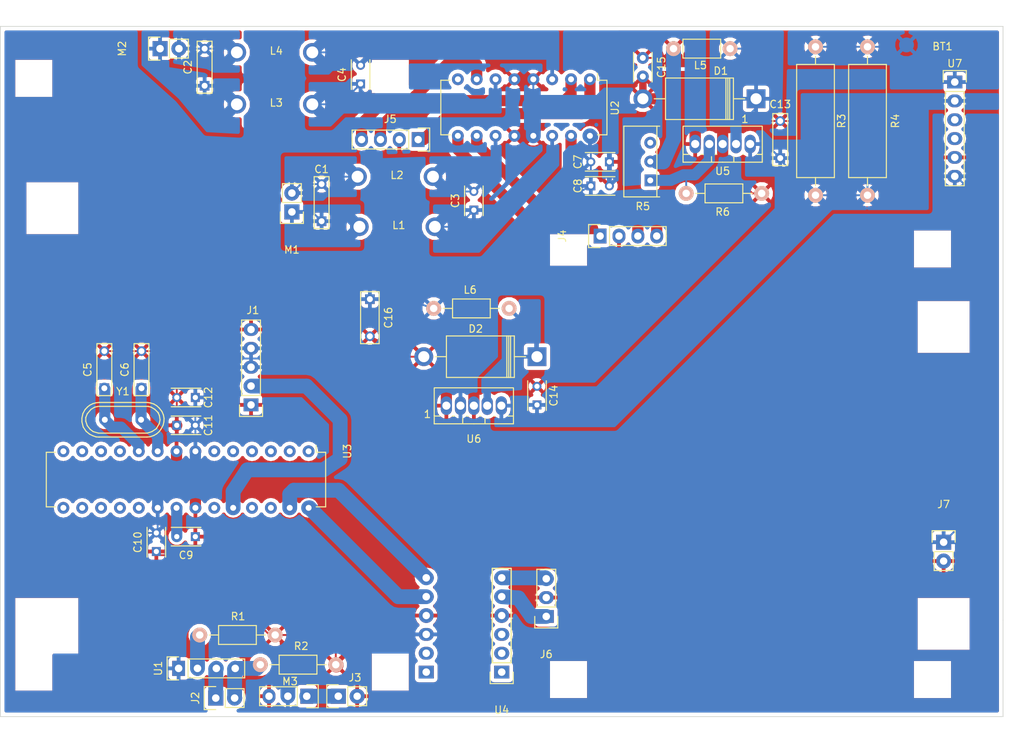
<source format=kicad_pcb>
(kicad_pcb (version 4) (host pcbnew 4.0.5)
  (layers (0 F.Cu signal) (31 B.Cu signal) (34 B.Paste user) (35 F.Paste user) (36 B.SilkS user) (37 F.SilkS user) (38 B.Mask user) (39 F.Mask user) (44 Edge.Cuts user))
  (net 0 "")
  (net 1 "Net-(BT1-Pad1)")
  (net 2 GND)
  (net 3 "Net-(C1-Pad1)")
  (net 4 "Net-(C1-Pad2)")
  (net 5 "Net-(C2-Pad1)")
  (net 6 "Net-(C2-Pad2)")
  (net 7 "Net-(C3-Pad1)")
  (net 8 "Net-(C3-Pad2)")
  (net 9 "Net-(C4-Pad1)")
  (net 10 "Net-(C4-Pad2)")
  (net 11 "Net-(C5-Pad1)")
  (net 12 "Net-(C6-Pad1)")
  (net 13 +5V)
  (net 14 "Net-(C9-Pad2)")
  (net 15 +12V)
  (net 16 "Net-(D1-Pad1)")
  (net 17 "Net-(D2-Pad1)")
  (net 18 /Out)
  (net 19 +3V3)
  (net 20 /Latch-out)
  (net 21 /PWM)
  (net 22 /Pi-22)
  (net 23 /Pi-21)
  (net 24 /Pi-23)
  (net 25 /Pi-29)
  (net 26 /Pi-28)
  (net 27 /Pi.27)
  (net 28 /SCL)
  (net 29 /SDA)
  (net 30 "Net-(R1-Pad2)")
  (net 31 "Net-(R5-Pad1)")
  (net 32 "Net-(U3-Pad1)")
  (net 33 "Net-(U3-Pad2)")
  (net 34 "Net-(U3-Pad3)")
  (net 35 "Net-(U3-Pad4)")
  (net 36 "Net-(U3-Pad5)")
  (net 37 "Net-(U3-Pad6)")
  (net 38 "Net-(U3-Pad11)")
  (net 39 "Net-(U3-Pad12)")
  (net 40 "Net-(U3-Pad13)")
  (net 41 "Net-(U3-Pad14)")
  (net 42 "Net-(U3-Pad15)")
  (net 43 "Net-(U3-Pad16)")
  (net 44 "Net-(U3-Pad17)")
  (net 45 "Net-(U3-Pad18)")
  (net 46 "Net-(U3-Pad19)")
  (net 47 "Net-(U3-Pad23)")
  (net 48 "Net-(U3-Pad25)")
  (net 49 "Net-(U3-Pad26)")
  (net 50 "Net-(U3-Pad27)")
  (net 51 "Net-(U3-Pad28)")
  (net 52 +6V)
  (net 53 "Net-(U4-Pad2)")
  (net 54 "Net-(U4-Pad1)")
  (net 55 "Net-(U4-Pad7)")
  (net 56 "Net-(U4-Pad8)")
  (module Capacitors_THT:C_Rect_L7_W2_P5 (layer F.Cu) (at 111.25 70.25 90)
    (fp_text reference C1 (at 7 0 180) (layer F.SilkS))
    (fp_text value 1nF)
    (pad 1 thru_hole rect (at 0 0 90) (size 1.3 1.3) (drill 0.8) (layers *.Cu *.Mask) (net 3 "Net-(C1-Pad1)"))
    (pad 2 thru_hole circle (at 5 0 90) (size 1.3 1.3) (drill 0.8) (layers *.Cu *.Mask) (net 4 "Net-(C1-Pad2)"))
  )
  (module Capacitors_THT:C_Rect_L7_W2_P5 (layer F.Cu) (at 95.5 52 90)
    (fp_text reference C2 (at 2.5 -2.25 90) (layer F.SilkS))
    (fp_text value 1nF)
    (pad 1 thru_hole rect (at 0 0 90) (size 1.3 1.3) (drill 0.8) (layers *.Cu *.Mask) (net 5 "Net-(C2-Pad1)"))
    (pad 2 thru_hole circle (at 5 0 90) (size 1.3 1.3) (drill 0.8) (layers *.Cu *.Mask) (net 6 "Net-(C2-Pad2)"))
  )
  (module Capacitors_THT:C_Rect_L4_W2.5_P2.5 (layer F.Cu) (at 131.75 68.75 90)
    (fp_text reference C3 (at 1.25 -2.5 90) (layer F.SilkS))
    (fp_text value 10nF)
    (pad 1 thru_hole rect (at 0 0 90) (size 1.2 1.2) (drill 0.7) (layers *.Cu *.Mask) (net 7 "Net-(C3-Pad1)"))
    (pad 2 thru_hole circle (at 2.5 0 90) (size 1.2 1.2) (drill 0.7) (layers *.Cu *.Mask) (net 8 "Net-(C3-Pad2)"))
  )
  (module Capacitors_THT:C_Rect_L4_W2.5_P2.5 (layer F.Cu) (at 116.5 51.75 90)
    (fp_text reference C4 (at 1.25 -2.5 90) (layer F.SilkS))
    (fp_text value 10nF)
    (pad 1 thru_hole rect (at 0 0 90) (size 1.2 1.2) (drill 0.7) (layers *.Cu *.Mask) (net 9 "Net-(C4-Pad1)"))
    (pad 2 thru_hole circle (at 2.5 0 90) (size 1.2 1.2) (drill 0.7) (layers *.Cu *.Mask) (net 10 "Net-(C4-Pad2)"))
  )
  (module Capacitors_THT:C_Rect_L7_W2_P5 (layer F.Cu) (at 82 92.75 90)
    (fp_text reference C5 (at 2.5 -2.25 90) (layer F.SilkS))
    (fp_text value 22pF)
    (pad 1 thru_hole rect (at 0 0 90) (size 1.3 1.3) (drill 0.8) (layers *.Cu *.Mask) (net 11 "Net-(C5-Pad1)"))
    (pad 2 thru_hole circle (at 5 0 90) (size 1.3 1.3) (drill 0.8) (layers *.Cu *.Mask) (net 2 GND))
  )
  (module Capacitors_THT:C_Rect_L7_W2_P5 (layer F.Cu) (at 87 92.75 90)
    (fp_text reference C6 (at 2.5 -2.25 90) (layer F.SilkS))
    (fp_text value 22pF)
    (pad 1 thru_hole rect (at 0 0 90) (size 1.3 1.3) (drill 0.8) (layers *.Cu *.Mask) (net 12 "Net-(C6-Pad1)"))
    (pad 2 thru_hole circle (at 5 0 90) (size 1.3 1.3) (drill 0.8) (layers *.Cu *.Mask) (net 2 GND))
  )
  (module Capacitors_THT:C_Rect_L4_W2.5_P2.5 (layer F.Cu) (at 150 62.25 180)
    (fp_text reference C7 (at 4.25 0 270) (layer F.SilkS))
    (fp_text value 100nF)
    (pad 1 thru_hole rect (at 0 0 180) (size 1.2 1.2) (drill 0.7) (layers *.Cu *.Mask) (net 2 GND))
    (pad 2 thru_hole circle (at 2.5 0 180) (size 1.2 1.2) (drill 0.7) (layers *.Cu *.Mask) (net 13 +5V))
  )
  (module Capacitors_THT:C_Rect_L4_W2.5_P2.5 (layer F.Cu) (at 147.5 65.5)
    (fp_text reference C8 (at -1.75 0 90) (layer F.SilkS))
    (fp_text value 47uF)
    (pad 1 thru_hole rect (at 0 0) (size 1.2 1.2) (drill 0.7) (layers *.Cu *.Mask) (net 13 +5V))
    (pad 2 thru_hole circle (at 2.5 0) (size 1.2 1.2) (drill 0.7) (layers *.Cu *.Mask) (net 2 GND))
  )
  (module Capacitors_THT:C_Rect_L4_W2.5_P2.5 (layer F.Cu) (at 94.25 112.75 180)
    (fp_text reference C9 (at 1.25 -2.5 180) (layer F.SilkS))
    (fp_text value 100nF)
    (pad 1 thru_hole rect (at 0 0 180) (size 1.2 1.2) (drill 0.7) (layers *.Cu *.Mask) (net 2 GND))
    (pad 2 thru_hole circle (at 2.5 0 180) (size 1.2 1.2) (drill 0.7) (layers *.Cu *.Mask) (net 14 "Net-(C9-Pad2)"))
  )
  (module Capacitors_THT:C_Rect_L4_W2.5_P2.5 (layer F.Cu) (at 89 114.75 90)
    (fp_text reference C10 (at 1.25 -2.5 90) (layer F.SilkS))
    (fp_text value 100nF)
    (pad 1 thru_hole rect (at 0 0 90) (size 1.2 1.2) (drill 0.7) (layers *.Cu *.Mask) (net 2 GND))
    (pad 2 thru_hole circle (at 2.5 0 90) (size 1.2 1.2) (drill 0.7) (layers *.Cu *.Mask) (net 13 +5V))
  )
  (module Capacitors_THT:C_Rect_L4_W2.5_P2.5 (layer F.Cu) (at 91.75 97.75)
    (fp_text reference C11 (at 4.25 0 90) (layer F.SilkS))
    (fp_text value 100nF)
    (pad 1 thru_hole rect (at 0 0) (size 1.2 1.2) (drill 0.7) (layers *.Cu *.Mask) (net 2 GND))
    (pad 2 thru_hole circle (at 2.5 0) (size 1.2 1.2) (drill 0.7) (layers *.Cu *.Mask) (net 13 +5V))
  )
  (module Capacitors_THT:C_Rect_L4_W2.5_P2.5 (layer F.Cu) (at 94.25 94 180)
    (fp_text reference C12 (at -1.75 0 270) (layer F.SilkS))
    (fp_text value 47uF)
    (pad 1 thru_hole rect (at 0 0 180) (size 1.2 1.2) (drill 0.7) (layers *.Cu *.Mask) (net 13 +5V))
    (pad 2 thru_hole circle (at 2.5 0 180) (size 1.2 1.2) (drill 0.7) (layers *.Cu *.Mask) (net 2 GND))
  )
  (module Capacitors_THT:C_Rect_L7_W2_P5 (layer F.Cu) (at 173 61.75 90)
    (fp_text reference C13 (at 7.25 0 180) (layer F.SilkS))
    (fp_text value 100uF)
    (pad 1 thru_hole rect (at 0 0 90) (size 1.3 1.3) (drill 0.8) (layers *.Cu *.Mask) (net 15 +12V))
    (pad 2 thru_hole circle (at 5 0 90) (size 1.3 1.3) (drill 0.8) (layers *.Cu *.Mask) (net 2 GND))
  )
  (module Capacitors_THT:C_Rect_L4_W2.5_P2.5 (layer F.Cu) (at 140.25 95 90)
    (fp_text reference C14 (at 1.25 2.25 90) (layer F.SilkS))
    (fp_text value 100uF)
    (pad 1 thru_hole rect (at 0 0 90) (size 1.2 1.2) (drill 0.7) (layers *.Cu *.Mask) (net 15 +12V))
    (pad 2 thru_hole circle (at 2.5 0 90) (size 1.2 1.2) (drill 0.7) (layers *.Cu *.Mask) (net 2 GND))
  )
  (module Capacitors_THT:C_Rect_L4_W2.5_P2.5 (layer F.Cu) (at 154.5 48.25 270)
    (fp_text reference C15 (at 1.25 -2.5 270) (layer F.SilkS))
    (fp_text value 33uF)
    (pad 1 thru_hole circle (at 0 0) (size 1.6 1.6) (drill 0.8) (layers *.Cu *.Mask) (net 52 +6V))
    (pad 2 thru_hole circle (at 2.5 0) (size 1.6 1.6) (drill 0.8) (layers *.Cu *.Mask) (net 2 GND))
  )
  (module Capacitors_THT:C_Rect_L7_W2.5_P5 (layer F.Cu) (at 117.75 80.75 270)
    (fp_text reference C16 (at 2.5 -2.5 270) (layer F.SilkS))
    (fp_text value 1500uF)
    (pad 1 thru_hole rect (at 0 0 270) (size 1.3 1.3) (drill 0.8) (layers *.Cu *.Mask) (net 13 +5V))
    (pad 2 thru_hole circle (at 5 0 270) (size 1.3 1.3) (drill 0.8) (layers *.Cu *.Mask) (net 2 GND))
  )
  (module Diodes_THT:Diode_DO-201AD_Horizontal_RM15 (layer F.Cu) (at 169.75 53.75 180)
    (fp_text reference D1 (at 4.75 3.75 180) (layer F.SilkS))
    (fp_text value D_Schottky)
    (pad 2 thru_hole circle (at 15.24122 -0.00296) (size 2.54 2.54) (drill 1.50114) (layers *.Cu *.Mask) (net 2 GND))
    (pad 1 thru_hole rect (at 0.00122 -0.00296) (size 2.54 2.54) (drill 1.50114) (layers *.Cu *.Mask) (net 16 "Net-(D1-Pad1)"))
  )
  (module Diodes_THT:Diode_DO-201AD_Horizontal_RM15 (layer F.Cu) (at 140.25 88.5 180)
    (fp_text reference D2 (at 8.25 3.75 180) (layer F.SilkS))
    (fp_text value D_Schottky)
    (pad 2 thru_hole circle (at 15.24122 -0.00296) (size 2.54 2.54) (drill 1.50114) (layers *.Cu *.Mask) (net 2 GND))
    (pad 1 thru_hole rect (at 0.00122 -0.00296) (size 2.54 2.54) (drill 1.50114) (layers *.Cu *.Mask) (net 17 "Net-(D2-Pad1)"))
  )
  (module Pin_Headers:Pin_Header_Straight_1x05 (layer F.Cu) (at 101.75 95 180)
    (fp_text reference J1 (at -0.25 12.75 180) (layer F.SilkS))
    (fp_text value ToF-sensor2)
    (pad 1 thru_hole rect (at 0 0 180) (size 2 1.7272) (drill 1) (layers *.Cu *.Mask) (net 2 GND))
    (pad 2 thru_hole oval (at 0 2.54 180) (size 2.032 1.7272) (drill 1.016) (layers *.Cu *.Mask) (net 18 /Out))
    (pad 3 thru_hole oval (at 0 5.08 180) (size 2.032 1.7272) (drill 1.016) (layers *.Cu *.Mask) (net 13 +5V))
    (pad 4 thru_hole oval (at 0 7.62 180) (size 2.032 1.7272) (drill 1.016) (layers *.Cu *.Mask) (net 13 +5V))
    (pad 5 thru_hole oval (at 0 10.16 180) (size 2 1.7272) (drill 1) (layers *.Cu *.Mask) (net 2 GND))
  )
  (module Pin_Headers:Pin_Header_Straight_1x02 (layer F.Cu) (at 97 134.5 90)
    (fp_text reference J2 (at 0 -2.75 90) (layer F.SilkS))
    (fp_text value Pi-15,17)
    (pad 1 thru_hole rect (at 0 0 90) (size 2.032 2.032) (drill 1.016) (layers *.Cu *.Mask) (net 19 +3V3))
    (pad 2 thru_hole oval (at 0 2.54 90) (size 2.032 2.032) (drill 1.016) (layers *.Cu *.Mask) (net 20 /Latch-out))
  )
  (module Pin_Headers:Pin_Header_Straight_1x02 (layer F.Cu) (at 113.5 134.25 90)
    (fp_text reference J3 (at 2.5 2.25 180) (layer F.SilkS))
    (fp_text value Conn_01x02)
    (pad 1 thru_hole rect (at 0 0 90) (size 2.032 2.032) (drill 1.016) (layers *.Cu *.Mask) (net 21 /PWM))
    (pad 2 thru_hole oval (at 0 2.54 90) (size 2 2.032) (drill 1) (layers *.Cu *.Mask) (net 2 GND))
  )
  (module Pin_Headers:Pin_Header_Straight_1x04 (layer F.Cu) (at 148.75 72.25 90)
    (fp_text reference J4 (at 0 -5.1 90) (layer F.SilkS))
    (fp_text value Conn_01x04)
    (pad 1 thru_hole rect (at 0 0 90) (size 2 1.7272) (drill 1) (layers *.Cu *.Mask) (net 22 /Pi-22))
    (pad 2 thru_hole oval (at 0 2.54 90) (size 2 1.7272) (drill 1) (layers *.Cu *.Mask) (net 2 GND))
    (pad 3 thru_hole oval (at 0 5.08 90) (size 2 1.7272) (drill 1) (layers *.Cu *.Mask) (net 23 /Pi-21))
    (pad 4 thru_hole oval (at 0 7.62 90) (size 2 1.7272) (drill 1) (layers *.Cu *.Mask) (net 24 /Pi-23))
  )
  (module Pin_Headers:Pin_Header_Straight_1x04 (layer F.Cu) (at 124.25 59.25 270)
    (fp_text reference J5 (at -2.75 3.75 360) (layer F.SilkS))
    (fp_text value Conn_01x04)
    (pad 1 thru_hole rect (at 0 0 270) (size 2 1.7272) (drill 1) (layers *.Cu *.Mask) (net 25 /Pi-29))
    (pad 2 thru_hole oval (at 0 2.54 270) (size 2 1.7272) (drill 1) (layers *.Cu *.Mask) (net 2 GND))
    (pad 3 thru_hole oval (at 0 5.08 270) (size 2 1.7272) (drill 1) (layers *.Cu *.Mask) (net 26 /Pi-28))
    (pad 4 thru_hole oval (at 0 7.62 270) (size 2 1.7272) (drill 1) (layers *.Cu *.Mask) (net 27 /Pi.27))
  )
  (module Pin_Headers:Pin_Header_Straight_1x03 (layer F.Cu) (at 141.5 123.5 180)
    (fp_text reference J6 (at 0 -5.1 180) (layer F.SilkS))
    (fp_text value Conn_01x03)
    (pad 1 thru_hole rect (at 0 0 180) (size 2.032 1.7272) (drill 1.016) (layers *.Cu *.Mask) (net 28 /SCL))
    (pad 2 thru_hole oval (at 0 2.54 180) (size 2 1.7272) (drill 1) (layers *.Cu *.Mask) (net 2 GND))
    (pad 3 thru_hole oval (at 0 5.08 180) (size 2.032 1.7272) (drill 1.016) (layers *.Cu *.Mask) (net 29 /SDA))
  )
  (module Pin_Headers:Pin_Header_Straight_1x02 (layer F.Cu) (at 195 113.5)
    (fp_text reference J7 (at 0 -5.1) (layer F.SilkS))
    (fp_text value USB-conn)
    (pad 1 thru_hole rect (at 0 0) (size 2.032 2.032) (drill 1.016) (layers *.Cu *.Mask) (net 13 +5V))
    (pad 2 thru_hole oval (at 0 2.54) (size 2 2.032) (drill 1) (layers *.Cu *.Mask) (net 2 GND))
  )
  (module Wire_Connections_Bridges:WireConnection_2.50mmDrill (layer F.Cu) (at 126.5 71 180)
    (fp_text reference L1 (at 4.8514 0.2032 180) (layer F.SilkS))
    (fp_text value Ferrite_Bead)
    (pad 1 thru_hole circle (at 0 0 180) (size 2.5 2.5) (drill 1.6) (layers *.Cu *.Mask) (net 7 "Net-(C3-Pad1)"))
    (pad 2 thru_hole circle (at 10.16 0 180) (size 2.5 2.5) (drill 1.6) (layers *.Cu *.Mask) (net 3 "Net-(C1-Pad1)"))
  )
  (module Wire_Connections_Bridges:WireConnection_2.50mmDrill (layer F.Cu) (at 126.25 64.25 180)
    (fp_text reference L2 (at 4.8514 0.2032 180) (layer F.SilkS))
    (fp_text value Ferrite_Bead)
    (pad 1 thru_hole circle (at 0 0 180) (size 2.5 2.5) (drill 1.6) (layers *.Cu *.Mask) (net 8 "Net-(C3-Pad2)"))
    (pad 2 thru_hole circle (at 10.16 0 180) (size 2.5 2.5) (drill 1.6) (layers *.Cu *.Mask) (net 4 "Net-(C1-Pad2)"))
  )
  (module Wire_Connections_Bridges:WireConnection_2.50mmDrill (layer F.Cu) (at 110 54.5 180)
    (fp_text reference L3 (at 4.8514 0.2032 180) (layer F.SilkS))
    (fp_text value Ferrite_Bead)
    (pad 1 thru_hole circle (at 0 0 180) (size 2.5 2.5) (drill 1.6) (layers *.Cu *.Mask) (net 9 "Net-(C4-Pad1)"))
    (pad 2 thru_hole circle (at 10.16 0 180) (size 2.5 2.5) (drill 1.6) (layers *.Cu *.Mask) (net 5 "Net-(C2-Pad1)"))
  )
  (module Wire_Connections_Bridges:WireConnection_2.50mmDrill (layer F.Cu) (at 110 47.5 180)
    (fp_text reference L4 (at 4.8514 0.2032 180) (layer F.SilkS))
    (fp_text value Ferrite_Bead)
    (pad 1 thru_hole circle (at 0 0 180) (size 2.5 2.5) (drill 1.6) (layers *.Cu *.Mask) (net 10 "Net-(C4-Pad2)"))
    (pad 2 thru_hole circle (at 10.16 0 180) (size 2.5 2.5) (drill 1.6) (layers *.Cu *.Mask) (net 6 "Net-(C2-Pad2)"))
  )
  (module Resistors_THT:Resistor_Horizontal_RM7mm (layer F.Cu) (at 166.25 47 180)
    (fp_text reference L5 (at 4 -2.25 180) (layer F.SilkS))
    (fp_text value 470uH)
    (pad 1 thru_hole circle (at 0 0 180) (size 1.99898 1.99898) (drill 1.00076) (layers *.Cu *.SilkS *.Mask) (net 16 "Net-(D1-Pad1)"))
    (pad 2 thru_hole circle (at 7.62 0 180) (size 1.99898 1.99898) (drill 1.00076) (layers *.Cu *.SilkS *.Mask) (net 52 +6V))
  )
  (module Resistors_THT:Resistor_Horizontal_RM10mm (layer F.Cu) (at 136.5 82 180)
    (fp_text reference L6 (at 5.25 2.5 180) (layer F.SilkS))
    (fp_text value 100uH)
    (pad 1 thru_hole circle (at 0 0 180) (size 1.99898 1.99898) (drill 1.00076) (layers *.Cu *.SilkS *.Mask) (net 17 "Net-(D2-Pad1)"))
    (pad 2 thru_hole circle (at 10.16 0 180) (size 1.99898 1.99898) (drill 1.00076) (layers *.Cu *.SilkS *.Mask) (net 13 +5V))
  )
  (module Pin_Headers:Pin_Header_Straight_1x02 (layer F.Cu) (at 107.25 69 180)
    (fp_text reference M1 (at 0 -5.1 180) (layer F.SilkS))
    (fp_text value Sensor-DC-motor)
    (pad 1 thru_hole rect (at 0 0 180) (size 2.032 2.032) (drill 1.016) (layers *.Cu *.Mask) (net 3 "Net-(C1-Pad1)"))
    (pad 2 thru_hole oval (at 0 2.54 180) (size 2.032 2.032) (drill 1.016) (layers *.Cu *.Mask) (net 4 "Net-(C1-Pad2)"))
  )
  (module Pin_Headers:Pin_Header_Straight_1x02 (layer F.Cu) (at 89.5 47 90)
    (fp_text reference M2 (at 0 -5.1 90) (layer F.SilkS))
    (fp_text value Wheel-dc-motor)
    (pad 1 thru_hole rect (at 0 0 90) (size 2.032 2.032) (drill 1.016) (layers *.Cu *.Mask) (net 5 "Net-(C2-Pad1)"))
    (pad 2 thru_hole oval (at 0 2.54 90) (size 2.032 2.032) (drill 1.016) (layers *.Cu *.Mask) (net 6 "Net-(C2-Pad2)"))
  )
  (module Pin_Headers:Pin_Header_Straight_1x03 (layer F.Cu) (at 109.25 134.25 270)
    (fp_text reference M3 (at -2 2.25 360) (layer F.SilkS))
    (fp_text value Motor_Servo)
    (pad 1 thru_hole rect (at 0 0 270) (size 2.032 1.7272) (drill 1.016) (layers *.Cu *.Mask) (net 21 /PWM))
    (pad 2 thru_hole oval (at 0 2.54 270) (size 2.032 1.7272) (drill 1.016) (layers *.Cu *.Mask) (net 13 +5V))
    (pad 3 thru_hole oval (at 0 5.08 270) (size 2 1.7272) (drill 1) (layers *.Cu *.Mask) (net 2 GND))
  )
  (module Resistors_THT:Resistor_Horizontal_RM10mm (layer F.Cu) (at 105 126 180)
    (fp_text reference R1 (at 5 2.5 180) (layer F.SilkS))
    (fp_text value 75R)
    (pad 1 thru_hole circle (at 0 0 180) (size 1.99898 1.99898) (drill 1.00076) (layers *.Cu *.SilkS *.Mask) (net 2 GND))
    (pad 2 thru_hole circle (at 10.16 0 180) (size 1.99898 1.99898) (drill 1.00076) (layers *.Cu *.SilkS *.Mask) (net 30 "Net-(R1-Pad2)"))
  )
  (module Resistors_THT:Resistor_Horizontal_RM10mm (layer F.Cu) (at 103 130)
    (fp_text reference R2 (at 5.5 -2.5) (layer F.SilkS))
    (fp_text value 1k)
    (pad 1 thru_hole circle (at 0 0) (size 1.99898 1.99898) (drill 1.00076) (layers *.Cu *.SilkS *.Mask) (net 20 /Latch-out))
    (pad 2 thru_hole circle (at 10.16 0) (size 1.99898 1.99898) (drill 1.00076) (layers *.Cu *.SilkS *.Mask) (net 2 GND))
  )
  (module Resistors_THT:Resistor_Horizontal_RM20mm (layer F.Cu) (at 177.75 46.75 270)
    (fp_text reference R3 (at 10 -3.5 270) (layer F.SilkS))
    (fp_text value 0R1)
    (pad 1 thru_hole circle (at 0 0 270) (size 1.99898 1.99898) (drill 1.00076) (layers *.Cu *.SilkS *.Mask) (net 1 "Net-(BT1-Pad1)"))
    (pad 2 thru_hole circle (at 20 0 270) (size 1.99898 1.99898) (drill 1.00076) (layers *.Cu *.SilkS *.Mask) (net 15 +12V))
  )
  (module Resistors_THT:Resistor_Horizontal_RM20mm (layer F.Cu) (at 184.75 46.75 270)
    (fp_text reference R4 (at 10 -3.75 270) (layer F.SilkS))
    (fp_text value 0R1)
    (pad 1 thru_hole circle (at 0 0 270) (size 1.99898 1.99898) (drill 1.00076) (layers *.Cu *.SilkS *.Mask) (net 1 "Net-(BT1-Pad1)"))
    (pad 2 thru_hole circle (at 20 0 270) (size 1.99898 1.99898) (drill 1.00076) (layers *.Cu *.SilkS *.Mask) (net 15 +12V))
  )
  (module Potentiometers:Potentiometer_Trimmer-Suntan-TSR-3386C (layer F.Cu) (at 155.5 64.75 90)
    (fp_text reference R5 (at -3.5 -1 360) (layer F.SilkS))
    (fp_text value 7756R)
    (pad 3 thru_hole circle (at 5.08 0 90) (size 1.6 1.6) (drill 0.8) (layers *.Cu *.Mask))
    (pad 1 thru_hole rect (at 0 0 90) (size 1.6 1.51) (drill 0.8) (layers *.Cu *.Mask) (net 31 "Net-(R5-Pad1)"))
    (pad 2 thru_hole circle (at 2.54 0 90) (size 1.6 1.6) (drill 0.8) (layers *.Cu *.Mask) (net 52 +6V))
  )
  (module Resistors_THT:Resistor_Horizontal_RM10mm (layer F.Cu) (at 170.5 66.5 180)
    (fp_text reference R6 (at 5.25 -2.5 180) (layer F.SilkS))
    (fp_text value 2k)
    (pad 1 thru_hole circle (at 0 0 180) (size 1.99898 1.99898) (drill 1.00076) (layers *.Cu *.SilkS *.Mask) (net 2 GND))
    (pad 2 thru_hole circle (at 10.16 0 180) (size 1.99898 1.99898) (drill 1.00076) (layers *.Cu *.SilkS *.Mask) (net 31 "Net-(R5-Pad1)"))
  )
  (module Pin_Headers:Pin_Header_Straight_1x04 (layer F.Cu) (at 92 130.5 90)
    (fp_text reference U1 (at 0 -2.75 90) (layer F.SilkS))
    (fp_text value TCST2103)
    (pad 1 thru_hole rect (at 0 0 90) (size 2.032 1.7272) (drill 1.016) (layers *.Cu *.Mask) (net 13 +5V))
    (pad 2 thru_hole oval (at 0 2.54 90) (size 2.032 1.7272) (drill 1.016) (layers *.Cu *.Mask) (net 30 "Net-(R1-Pad2)"))
    (pad 3 thru_hole oval (at 0 5.08 90) (size 2.032 1.7272) (drill 1.016) (layers *.Cu *.Mask) (net 19 +3V3))
    (pad 4 thru_hole oval (at 0 7.62 90) (size 2.032 1.7272) (drill 1.016) (layers *.Cu *.Mask) (net 20 /Latch-out))
  )
  (module Housings_DIP:DIP-16_W7.62mm (layer F.Cu) (at 147.375 51.125 270)
    (fp_text reference U2 (at 3.875 -3.375 270) (layer F.SilkS))
    (fp_text value L293D)
    (pad 1 thru_hole circle (at 0 0 270) (size 1.6 1.6) (drill 0.8) (layers *.Cu *.Mask) (net 25 /Pi-29))
    (pad 2 thru_hole circle (at 0 2.54 270) (size 1.6 1.6) (drill 0.8) (layers *.Cu *.Mask) (net 26 /Pi-28))
    (pad 3 thru_hole oval (at 0 5.08 270) (size 1.6 1.6) (drill 0.8) (layers *.Cu *.Mask) (net 10 "Net-(C4-Pad2)"))
    (pad 4 thru_hole circle (at 0 7.62 270) (size 1.6 1.6) (drill 0.8) (layers *.Cu *.Mask) (net 2 GND))
    (pad 5 thru_hole circle (at 0 10.16 270) (size 1.6 1.6) (drill 0.8) (layers *.Cu *.Mask) (net 2 GND))
    (pad 6 thru_hole oval (at 0 12.7 270) (size 1.6 1.6) (drill 0.8) (layers *.Cu *.Mask) (net 9 "Net-(C4-Pad1)"))
    (pad 7 thru_hole circle (at 0 15.24 270) (size 1.6 1.6) (drill 0.8) (layers *.Cu *.Mask) (net 27 /Pi.27))
    (pad 8 thru_hole oval (at 0 17.78 270) (size 1.6 1.6) (drill 0.8) (layers *.Cu *.Mask) (net 52 +6V))
    (pad 9 thru_hole circle (at 7.62 17.78 270) (size 1.6 1.6) (drill 0.8) (layers *.Cu *.Mask) (net 22 /Pi-22))
    (pad 10 thru_hole circle (at 7.62 15.24 270) (size 1.6 1.6) (drill 0.8) (layers *.Cu *.Mask) (net 23 /Pi-21))
    (pad 11 thru_hole oval (at 7.62 12.7 270) (size 1.6 1.6) (drill 0.8) (layers *.Cu *.Mask) (net 8 "Net-(C3-Pad2)"))
    (pad 12 thru_hole circle (at 7.62 10.16 270) (size 1.6 1.6) (drill 0.8) (layers *.Cu *.Mask) (net 2 GND))
    (pad 13 thru_hole circle (at 7.62 7.62 270) (size 1.6 1.6) (drill 0.8) (layers *.Cu *.Mask) (net 2 GND))
    (pad 14 thru_hole oval (at 7.62 5.08 270) (size 1.6 1.6) (drill 0.8) (layers *.Cu *.Mask) (net 7 "Net-(C3-Pad1)"))
    (pad 15 thru_hole circle (at 7.62 2.54 270) (size 1.6 1.6) (drill 0.8) (layers *.Cu *.Mask) (net 24 /Pi-23))
    (pad 16 thru_hole oval (at 7.62 0 270) (size 1.6 1.6) (drill 0.8) (layers *.Cu *.Mask) (net 13 +5V))
  )
  (module Housings_DIP:DIP-28_W7.62mm (layer F.Cu) (at 109.5 101.25 270)
    (fp_text reference U3 (at 0 -5.22 270) (layer F.SilkS))
    (fp_text value ATMEGA168-20PU)
    (pad 1 thru_hole oval (at 0 0 270) (size 1.6 1.6) (drill 0.8) (layers *.Cu *.Mask) (net 32 "Net-(U3-Pad1)"))
    (pad 2 thru_hole oval (at 0 2.54 270) (size 1.6 1.6) (drill 0.8) (layers *.Cu *.Mask) (net 33 "Net-(U3-Pad2)"))
    (pad 3 thru_hole oval (at 0 5.08 270) (size 1.6 1.6) (drill 0.8) (layers *.Cu *.Mask) (net 34 "Net-(U3-Pad3)"))
    (pad 4 thru_hole oval (at 0 7.62 270) (size 1.6 1.6) (drill 0.8) (layers *.Cu *.Mask) (net 35 "Net-(U3-Pad4)"))
    (pad 5 thru_hole oval (at 0 10.16 270) (size 1.6 1.6) (drill 0.8) (layers *.Cu *.Mask) (net 36 "Net-(U3-Pad5)"))
    (pad 6 thru_hole oval (at 0 12.7 270) (size 1.6 1.6) (drill 0.8) (layers *.Cu *.Mask) (net 37 "Net-(U3-Pad6)"))
    (pad 7 thru_hole oval (at 0 15.24 270) (size 1.6 1.6) (drill 0.8) (layers *.Cu *.Mask) (net 13 +5V))
    (pad 8 thru_hole oval (at 0 17.78 270) (size 1.6 1.6) (drill 0.8) (layers *.Cu *.Mask) (net 2 GND))
    (pad 9 thru_hole oval (at 0 20.32 270) (size 1.6 1.6) (drill 0.8) (layers *.Cu *.Mask) (net 12 "Net-(C6-Pad1)"))
    (pad 10 thru_hole oval (at 0 22.86 270) (size 1.6 1.6) (drill 0.8) (layers *.Cu *.Mask) (net 11 "Net-(C5-Pad1)"))
    (pad 11 thru_hole oval (at 0 25.4 270) (size 1.6 1.6) (drill 0.8) (layers *.Cu *.Mask) (net 38 "Net-(U3-Pad11)"))
    (pad 12 thru_hole oval (at 0 27.94 270) (size 1.6 1.6) (drill 0.8) (layers *.Cu *.Mask) (net 39 "Net-(U3-Pad12)"))
    (pad 13 thru_hole oval (at 0 30.48 270) (size 1.6 1.6) (drill 0.8) (layers *.Cu *.Mask) (net 40 "Net-(U3-Pad13)"))
    (pad 14 thru_hole oval (at 0 33.02 270) (size 1.6 1.6) (drill 0.8) (layers *.Cu *.Mask) (net 41 "Net-(U3-Pad14)"))
    (pad 15 thru_hole oval (at 7.62 33.02 270) (size 1.6 1.6) (drill 0.8) (layers *.Cu *.Mask) (net 42 "Net-(U3-Pad15)"))
    (pad 16 thru_hole oval (at 7.62 30.48 270) (size 1.6 1.6) (drill 0.8) (layers *.Cu *.Mask) (net 43 "Net-(U3-Pad16)"))
    (pad 17 thru_hole oval (at 7.62 27.94 270) (size 1.6 1.6) (drill 0.8) (layers *.Cu *.Mask) (net 44 "Net-(U3-Pad17)"))
    (pad 18 thru_hole oval (at 7.62 25.4 270) (size 1.6 1.6) (drill 0.8) (layers *.Cu *.Mask) (net 45 "Net-(U3-Pad18)"))
    (pad 19 thru_hole oval (at 7.62 22.86 270) (size 1.6 1.6) (drill 0.8) (layers *.Cu *.Mask) (net 46 "Net-(U3-Pad19)"))
    (pad 20 thru_hole oval (at 7.62 20.32 270) (size 1.6 1.6) (drill 0.8) (layers *.Cu *.Mask) (net 13 +5V))
    (pad 21 thru_hole oval (at 7.62 17.78 270) (size 1.6 1.6) (drill 0.8) (layers *.Cu *.Mask) (net 14 "Net-(C9-Pad2)"))
    (pad 22 thru_hole oval (at 7.62 15.24 270) (size 1.6 1.6) (drill 0.8) (layers *.Cu *.Mask) (net 2 GND))
    (pad 23 thru_hole oval (at 7.62 12.7 270) (size 1.6 1.6) (drill 0.8) (layers *.Cu *.Mask) (net 47 "Net-(U3-Pad23)"))
    (pad 24 thru_hole oval (at 7.62 10.16 270) (size 1.6 1.6) (drill 0.8) (layers *.Cu *.Mask) (net 18 /Out))
    (pad 25 thru_hole oval (at 7.62 7.62 270) (size 1.6 1.6) (drill 0.8) (layers *.Cu *.Mask) (net 48 "Net-(U3-Pad25)"))
    (pad 26 thru_hole oval (at 7.62 5.08 270) (size 1.6 1.6) (drill 0.8) (layers *.Cu *.Mask) (net 49 "Net-(U3-Pad26)"))
    (pad 27 thru_hole oval (at 7.62 2.54 270) (size 1.6 1.6) (drill 0.8) (layers *.Cu *.Mask) (net 50 "Net-(U3-Pad27)"))
    (pad 28 thru_hole oval (at 7.62 0 270) (size 1.6 1.6) (drill 0.8) (layers *.Cu *.Mask) (net 51 "Net-(U3-Pad28)"))
  )
  (module Ondras-custom:LLC-header (layer F.Cu) (at 135.5 131 180)
    (fp_text reference U4 (at 0 -5.1 180) (layer F.SilkS))
    (fp_text value LLC_5V_3V3)
    (pad 6 thru_hole oval (at 10.16 12.7 180) (size 2.032 1.7272) (drill 1.016) (layers *.Cu *.Mask) (net 50 "Net-(U3-Pad27)"))
    (pad 5 thru_hole oval (at 10.16 10.16 180) (size 2.032 1.7272) (drill 1.016) (layers *.Cu *.Mask) (net 51 "Net-(U3-Pad28)"))
    (pad 4 thru_hole oval (at 10.16 7.62 180) (size 2 2) (drill 1) (layers *.Cu *.Mask) (net 2 GND))
    (pad 3 thru_hole oval (at 10.16 5.08 180) (size 2.032 1.7272) (drill 1.016) (layers *.Cu *.Mask) (net 13 +5V))
    (pad 2 thru_hole oval (at 10.16 2.54 180) (size 2.032 1.7272) (drill 1.016) (layers *.Cu *.Mask) (net 53 "Net-(U4-Pad2)"))
    (pad 1 thru_hole rect (at 10.16 0 180) (size 2.032 1.7272) (drill 1.016) (layers *.Cu *.Mask) (net 54 "Net-(U4-Pad1)"))
    (pad 7 thru_hole rect (at 0 0 180) (size 2.032 1.7272) (drill 1.016) (layers *.Cu *.Mask) (net 55 "Net-(U4-Pad7)"))
    (pad 8 thru_hole oval (at 0 2.54 180) (size 2.032 1.7272) (drill 1.016) (layers *.Cu *.Mask) (net 56 "Net-(U4-Pad8)"))
    (pad 9 thru_hole oval (at 0 5.08 180) (size 2.032 1.7272) (drill 1.016) (layers *.Cu *.Mask) (net 19 +3V3))
    (pad 10 thru_hole oval (at 0 7.62 180) (size 2 2) (drill 1) (layers *.Cu *.Mask) (net 2 GND))
    (pad 11 thru_hole oval (at 0 10.16 180) (size 2.032 1.7272) (drill 1.016) (layers *.Cu *.Mask) (net 28 /SCL))
    (pad 12 thru_hole oval (at 0 12.7 180) (size 2.032 1.7272) (drill 1.016) (layers *.Cu *.Mask) (net 29 /SDA))
  )
  (module TO_SOT_Packages_THT:Pentawatt_Neutral_Straight_Vertical_TO220-5-T05A (layer F.Cu) (at 165.25 59.25 180)
    (fp_text reference U5 (at 0 -4.25 180) (layer F.SilkS))
    (fp_text value LM2576T-ADJ)
    (fp_text user 1 (at -3 2.75 180) (layer F.SilkS))
    (pad 3 thru_hole oval (at 0 -0.59944 270) (size 2.49936 1.50114) (drill 1.09982) (layers *.Cu *.Mask) (net 2 GND))
    (pad 1 thru_hole oval (at -3.70078 -0.59944 270) (size 2.49936 1.50114) (drill 1.09982) (layers *.Cu *.Mask) (net 15 +12V))
    (pad 5 thru_hole oval (at 3.70078 -0.59944 270) (size 2.49936 1.50114) (drill 1.09982) (layers *.Cu *.Mask) (net 2 GND))
    (pad 4 thru_hole oval (at 1.80086 -0.59944 270) (size 2.49936 1.50114) (drill 1.09982) (layers *.Cu *.Mask) (net 31 "Net-(R5-Pad1)"))
    (pad 2 thru_hole oval (at -1.80086 -0.59944 270) (size 2.49936 1.50114) (drill 1.09982) (layers *.Cu *.Mask) (net 16 "Net-(D1-Pad1)"))
  )
  (module TO_SOT_Packages_THT:Pentawatt_Neutral_Straight_Vertical_TO220-5-T05A (layer F.Cu) (at 131.75 94.5 180)
    (fp_text reference U6 (at 0 -5.08 180) (layer F.SilkS))
    (fp_text value LM2576T-5)
    (fp_text user 1 (at 6.25 -1.75 180) (layer F.SilkS))
    (pad 3 thru_hole oval (at 0 -0.59944 270) (size 2.49936 1.50114) (drill 1.09982) (layers *.Cu *.Mask) (net 2 GND))
    (pad 1 thru_hole oval (at -3.70078 -0.59944 270) (size 2.49936 1.50114) (drill 1.09982) (layers *.Cu *.Mask) (net 15 +12V))
    (pad 5 thru_hole oval (at 3.70078 -0.59944 270) (size 2.49936 1.50114) (drill 1.09982) (layers *.Cu *.Mask) (net 2 GND))
    (pad 4 thru_hole oval (at 1.80086 -0.59944 270) (size 2.49936 1.50114) (drill 1.09982) (layers *.Cu *.Mask) (net 13 +5V))
    (pad 2 thru_hole oval (at -1.80086 -0.59944 270) (size 2.49936 1.50114) (drill 1.09982) (layers *.Cu *.Mask) (net 17 "Net-(D2-Pad1)"))
  )
  (module Pin_Headers:Pin_Header_Straight_1x06 (layer F.Cu) (at 196.5 51.5)
    (fp_text reference U7 (at 0 -2.5) (layer F.SilkS))
    (fp_text value INA219-breakout-board)
    (pad 1 thru_hole rect (at 0 0) (size 2.032 1.7272) (drill 1.016) (layers *.Cu *.Mask) (net 1 "Net-(BT1-Pad1)"))
    (pad 2 thru_hole oval (at 0 2.54) (size 2.032 1.7272) (drill 1.016) (layers *.Cu *.Mask) (net 15 +12V))
    (pad 3 thru_hole oval (at 0 5.08) (size 2.032 1.7272) (drill 1.016) (layers *.Cu *.Mask) (net 50 "Net-(U3-Pad27)"))
    (pad 4 thru_hole oval (at 0 7.62) (size 2.032 1.7272) (drill 1.016) (layers *.Cu *.Mask) (net 51 "Net-(U3-Pad28)"))
    (pad 5 thru_hole oval (at 0 10.16) (size 2 1.7) (drill 1.016) (layers *.Cu *.Mask) (net 2 GND))
    (pad 6 thru_hole oval (at 0 12.7) (size 2.032 1.7272) (drill 1.016) (layers *.Cu *.Mask) (net 13 +5V))
  )
  (module Crystals:Crystal_HC49-U_Vertical (layer F.Cu) (at 84.5 97)
    (fp_text reference Y1 (at 0 -3.81) (layer F.SilkS))
    (fp_text value Crystal)
    (pad 1 thru_hole circle (at -2.44094 0) (size 1.50114 1.50114) (drill 0.8001) (layers *.Cu *.Mask) (net 11 "Net-(C5-Pad1)"))
    (pad 2 thru_hole circle (at 2.44094 0) (size 1.50114 1.50114) (drill 0.8001) (layers *.Cu *.Mask) (net 12 "Net-(C6-Pad1)"))
  )
  (module Wire_Connections_Bridges:WireConnection_0.80mmDrill (layer F.Cu) (at 190 46.5)
    (fp_text reference BT1 (at 4.8514 0.2032) (layer F.SilkS))
    (fp_text value Battery)
    (pad 1 smd circle (at 0 0) (size 1.99898 1.99898) (layers B.Cu F.Paste B.Mask) (net 1 "Net-(BT1-Pad1)"))
    (pad 2 smd circle (at 10.16 0) (size 1.99898 1.99898) (layers F.Cu F.Paste F.Mask) (net 2 GND))
  )
  (gr_line (start 203 137) (end 203 124) (angle 90) (layer Edge.Cuts) (width 0.1))
  (gr_line (start 68 137) (end 68 124) (angle 90) (layer Edge.Cuts) (width 0.1))
  (gr_line (start 203 137) (end 68 137) (angle 90) (layer Edge.Cuts) (width 0.1))
  (gr_line (start 203 44) (end 203 124) (angle 90) (layer Edge.Cuts) (width 0.1))
  (gr_line (start 68 44) (end 203 44) (angle 90) (layer Edge.Cuts) (width 0.1))
  (gr_line (start 68 124) (end 68 44) (angle 90) (layer Edge.Cuts) (width 0.1))
  (segment (start 188.75 47.75) (end 190 46.5) (width 0.25) (layer B.Cu) (net 1))
  (segment (start 187.75 46.75) (end 188.75 47.75) (width 0.25) (layer B.Cu) (net 1))
  (segment (start 184.75 46.75) (end 187.75 46.75) (width 0.25) (layer B.Cu) (net 1))
  (segment (start 192.5 51.5) (end 188.75 47.75) (width 0.25) (layer B.Cu) (net 1))
  (segment (start 192.5 51.5) (end 196.5 51.5) (width 0.25) (layer B.Cu) (net 1))
  (segment (start 177.75 46.75) (end 184.75 46.75) (width 0.25) (layer B.Cu) (net 1))
  (segment (start 151.5 75) (end 152 75) (width 0.25) (layer F.Cu) (net 2))
  (segment (start 153 75.5) (end 162 75.5) (width 0.25) (layer F.Cu) (net 2))
  (segment (start 152.5 75.5) (end 153 75.5) (width 0.25) (layer F.Cu) (net 2))
  (segment (start 162 75.5) (end 170.5 66.5) (width 0.25) (layer F.Cu) (net 2))
  (segment (start 152 75) (end 152.5 75.5) (width 0.25) (layer F.Cu) (net 2))
  (segment (start 151.29 72.25) (end 151.29 74.54) (width 0.25) (layer F.Cu) (net 2))
  (segment (start 151.29 74.54) (end 151.5 74.75) (width 0.25) (layer F.Cu) (net 2))
  (segment (start 200.16 46.5) (end 200.16 61.09) (width 0.25) (layer F.Cu) (net 2))
  (segment (start 200.16 61.09) (end 200.25 61) (width 0.25) (layer F.Cu) (net 2))
  (segment (start 200.25 61) (end 200.25 60.75) (width 0.25) (layer F.Cu) (net 2))
  (segment (start 200.25 60.75) (end 200.5 60.75) (width 0.25) (layer F.Cu) (net 2))
  (segment (start 198.5 47.5) (end 199.16 47.5) (width 0.25) (layer F.Cu) (net 2))
  (segment (start 199.16 47.5) (end 200.16 46.5) (width 0.25) (layer F.Cu) (net 2))
  (segment (start 153.5 54.75) (end 153.51174 54.75) (width 0.25) (layer B.Cu) (net 2))
  (segment (start 153.51174 54.75) (end 154.50878 53.75296) (width 0.25) (layer B.Cu) (net 2))
  (segment (start 199.59 61.66) (end 196.5 61.66) (width 0.25) (layer F.Cu) (net 2))
  (segment (start 200.25 61) (end 200.5 60.75) (width 0.25) (layer F.Cu) (net 2))
  (segment (start 200.5 60.75) (end 199.59 61.66) (width 0.25) (layer F.Cu) (net 2))
  (segment (start 185 56.75) (end 194.25 47.5) (width 2) (layer F.Cu) (net 2))
  (segment (start 194.25 47.5) (end 198.5 47.5) (width 0.25) (layer F.Cu) (net 2))
  (segment (start 198.5 47.5) (end 198.66 47.5) (width 0.25) (layer F.Cu) (net 2))
  (segment (start 173 56.75) (end 185 56.75) (width 0.25) (layer F.Cu) (net 2))
  (segment (start 195 116.04) (end 191.38 116.04) (width 0.25) (layer F.Cu) (net 2))
  (segment (start 186.46 120.96) (end 141.5 120.96) (width 0.25) (layer F.Cu) (net 2))
  (segment (start 191.38 116.04) (end 186.46 120.96) (width 2) (layer F.Cu) (net 2))
  (segment (start 139 76.25) (end 125 76.25) (width 2) (layer F.Cu) (net 2))
  (segment (start 139 76.25) (end 140.75 78) (width 2) (layer F.Cu) (net 2))
  (segment (start 140.75 78) (end 148.5 78) (width 2) (layer F.Cu) (net 2))
  (segment (start 151.625 74.875) (end 151.5 75) (width 0.25) (layer F.Cu) (net 2))
  (segment (start 151.5 75) (end 148.5 78) (width 0.25) (layer F.Cu) (net 2))
  (segment (start 116.04 134.25) (end 116.04 132.88) (width 0.25) (layer F.Cu) (net 2))
  (segment (start 116.04 132.88) (end 113.16 130) (width 0.25) (layer F.Cu) (net 2))
  (segment (start 104.17 134.25) (end 104.17 132.83) (width 0.25) (layer F.Cu) (net 2))
  (segment (start 104.17 132.83) (end 105.75 131.25) (width 0.25) (layer F.Cu) (net 2))
  (segment (start 105.75 131.25) (end 105.75 126.75) (width 0.25) (layer F.Cu) (net 2))
  (segment (start 105.75 126.75) (end 105 126) (width 0.25) (layer F.Cu) (net 2))
  (segment (start 139.755 54.75) (end 150 54.75) (width 3) (layer B.Cu) (net 2))
  (segment (start 113.16 130) (end 113.16 129.59) (width 0.25) (layer F.Cu) (net 2))
  (segment (start 113.16 129.59) (end 119.37 123.38) (width 0.25) (layer F.Cu) (net 2))
  (segment (start 119.37 123.38) (end 125.34 123.38) (width 0.25) (layer F.Cu) (net 2))
  (segment (start 105 126) (end 104.25 126) (width 0.25) (layer F.Cu) (net 2))
  (segment (start 104.25 126) (end 93.5 115.25) (width 0.25) (layer F.Cu) (net 2))
  (segment (start 125 76.25) (end 125 76.5) (width 2) (layer F.Cu) (net 2))
  (segment (start 125 76.5) (end 121.5 80) (width 2) (layer F.Cu) (net 2))
  (segment (start 121.5 80) (end 121.5 83.75) (width 2) (layer F.Cu) (net 2))
  (segment (start 121.5 83.75) (end 118.878838 86.371162) (width 0.25) (layer F.Cu) (net 2))
  (segment (start 118.878838 86.371162) (end 118.878838 86.371161) (width 0.25) (layer F.Cu) (net 2))
  (segment (start 121.71 59.25) (end 121.71 73.46) (width 0.25) (layer F.Cu) (net 2))
  (segment (start 121.71 73.46) (end 124.5 76.25) (width 2) (layer F.Cu) (net 2))
  (segment (start 124.5 76.25) (end 125 76.25) (width 2) (layer F.Cu) (net 2))
  (segment (start 150 62.25) (end 150 54.75) (width 0.65) (layer B.Cu) (net 2))
  (segment (start 150 54.75) (end 150 55.5) (width 2) (layer B.Cu) (net 2))
  (segment (start 150 55.5) (end 150 54.75) (width 2) (layer B.Cu) (net 2))
  (segment (start 150 54.75) (end 153.5 54.75) (width 0.65) (layer B.Cu) (net 2))
  (segment (start 139.755 51.125) (end 139.755 54.75) (width 0.25) (layer B.Cu) (net 2))
  (segment (start 139.755 54.75) (end 139.755 58.745) (width 2) (layer B.Cu) (net 2))
  (segment (start 150 65.5) (end 150 62.25) (width 0.65) (layer B.Cu) (net 2))
  (segment (start 101.75 95) (end 116.25592 95) (width 0.25) (layer F.Cu) (net 2))
  (segment (start 116.25592 95) (end 122.75296 88.50296) (width 0.25) (layer F.Cu) (net 2))
  (segment (start 128.04922 93.25) (end 128.04922 91.5434) (width 1.5) (layer F.Cu) (net 2))
  (segment (start 128.04922 91.5434) (end 125.00878 88.50296) (width 0.25) (layer F.Cu) (net 2))
  (segment (start 125.00878 88.50296) (end 122.75296 88.50296) (width 0.25) (layer F.Cu) (net 2))
  (segment (start 122.75296 88.50296) (end 118.878838 86.371161) (width 0.25) (layer F.Cu) (net 2))
  (segment (start 118.878838 86.371161) (end 117.75 85.75) (width 0.25) (layer F.Cu) (net 2))
  (segment (start 165.25 59.84944) (end 165.25 62.5) (width 1.5) (layer F.Cu) (net 2))
  (segment (start 165.25 62.5) (end 169.25 66.5) (width 0.25) (layer F.Cu) (net 2))
  (segment (start 169.25 66.5) (end 170.5 66.5) (width 0.25) (layer F.Cu) (net 2))
  (segment (start 113.21 130.05) (end 113.16 130) (width 2) (layer F.Cu) (net 2))
  (segment (start 125.34 123.38) (end 135.5 123.38) (width 0.25) (layer F.Cu) (net 2))
  (segment (start 105 126) (end 111.25 126) (width 0.25) (layer F.Cu) (net 2))
  (segment (start 111.25 126) (end 113 127.75) (width 0.25) (layer F.Cu) (net 2))
  (segment (start 113 127.75) (end 113.16 127.91) (width 0.25) (layer F.Cu) (net 2))
  (segment (start 113.16 127.91) (end 113.16 130) (width 0.25) (layer F.Cu) (net 2))
  (segment (start 97.66 84.84) (end 97.66 93.91) (width 2) (layer F.Cu) (net 2))
  (segment (start 98.75 95) (end 101.75 95) (width 0.25) (layer F.Cu) (net 2))
  (segment (start 97.66 93.91) (end 98.75 95) (width 0.25) (layer F.Cu) (net 2))
  (segment (start 101.75 84.84) (end 97.66 84.84) (width 0.25) (layer F.Cu) (net 2))
  (segment (start 97.66 84.84) (end 91.75 90.75) (width 2) (layer F.Cu) (net 2))
  (segment (start 135.5 123.38) (end 137.37 123.38) (width 0.25) (layer F.Cu) (net 2))
  (segment (start 139.79 120.96) (end 141.5 120.96) (width 0.25) (layer F.Cu) (net 2))
  (segment (start 137.37 123.38) (end 139.79 120.96) (width 0.25) (layer F.Cu) (net 2))
  (segment (start 154.50878 53.75296) (end 154.50878 50.75878) (width 1) (layer F.Cu) (net 2))
  (segment (start 161.54922 59.84944) (end 161.54922 56.79922) (width 1.5) (layer F.Cu) (net 2))
  (segment (start 158.50296 53.75296) (end 154.50878 53.75296) (width 1.5) (layer F.Cu) (net 2))
  (segment (start 161.54922 56.79922) (end 158.50296 53.75296) (width 1.5) (layer F.Cu) (net 2))
  (segment (start 173 56.75) (end 165.75 56.75) (width 0.25) (layer F.Cu) (net 2))
  (segment (start 165.75 56.75) (end 165.25 57.25) (width 1.5) (layer F.Cu) (net 2))
  (segment (start 161.54922 59.84944) (end 161.54922 57.70078) (width 1.5) (layer F.Cu) (net 2))
  (segment (start 165.25 57.25) (end 165.25 59.84944) (width 1.5) (layer F.Cu) (net 2))
  (segment (start 165 57) (end 165.25 57.25) (width 1.5) (layer F.Cu) (net 2))
  (segment (start 162.25 57) (end 165 57) (width 1.5) (layer F.Cu) (net 2))
  (segment (start 161.54922 57.70078) (end 162.25 57) (width 1.5) (layer F.Cu) (net 2))
  (segment (start 140.25 92.5) (end 139.25 91.5) (width 0.25) (layer F.Cu) (net 2))
  (segment (start 132.75 91.5) (end 131.75 92.5) (width 1.5) (layer F.Cu) (net 2))
  (segment (start 139.25 91.5) (end 132.75 91.5) (width 0.25) (layer F.Cu) (net 2))
  (segment (start 139.755 51.125) (end 137.215 51.125) (width 1.5) (layer F.Cu) (net 2))
  (segment (start 139.755 58.745) (end 137.215 58.745) (width 1.5) (layer F.Cu) (net 2))
  (segment (start 91.75 94) (end 91.75 90.75) (width 0.25) (layer F.Cu) (net 2))
  (segment (start 88.75 87.75) (end 87 87.75) (width 0.25) (layer F.Cu) (net 2))
  (segment (start 91.75 90.75) (end 88.75 87.75) (width 0.25) (layer F.Cu) (net 2))
  (segment (start 91.75 94) (end 91.75 97.75) (width 0.25) (layer F.Cu) (net 2))
  (segment (start 91.72 101.25) (end 91.72 103.22) (width 1.5) (layer F.Cu) (net 2))
  (segment (start 94.26 105.76) (end 94.26 108.87) (width 1.5) (layer F.Cu) (net 2))
  (segment (start 91.72 103.22) (end 94.26 105.76) (width 1.5) (layer F.Cu) (net 2))
  (segment (start 91.72 101.25) (end 91.72 97.78) (width 0.25) (layer F.Cu) (net 2))
  (segment (start 91.72 97.78) (end 91.75 97.75) (width 1.5) (layer F.Cu) (net 2))
  (segment (start 94.25 112.75) (end 94.25 114.5) (width 0.25) (layer F.Cu) (net 2))
  (segment (start 93.5 115.25) (end 89.5 115.25) (width 0.25) (layer F.Cu) (net 2))
  (segment (start 94.25 114.5) (end 93.5 115.25) (width 0.25) (layer F.Cu) (net 2))
  (segment (start 89.5 115.25) (end 89 114.75) (width 0.25) (layer F.Cu) (net 2))
  (segment (start 94.25 112.75) (end 94.25 108.88) (width 0.25) (layer F.Cu) (net 2))
  (segment (start 94.25 108.88) (end 94.26 108.87) (width 1.5) (layer F.Cu) (net 2))
  (segment (start 82 87.75) (end 87 87.75) (width 0.25) (layer F.Cu) (net 2))
  (segment (start 128.04922 95.09944) (end 128.04922 93.25) (width 1.5) (layer F.Cu) (net 2))
  (segment (start 128.04922 93.25) (end 128.04922 93.20078) (width 1.5) (layer F.Cu) (net 2))
  (segment (start 128.75 92.5) (end 131.75 92.5) (width 1.5) (layer F.Cu) (net 2))
  (segment (start 128.04922 93.20078) (end 128.75 92.5) (width 1.5) (layer F.Cu) (net 2))
  (segment (start 131.75 95.09944) (end 131.75 92.5) (width 1.5) (layer F.Cu) (net 2))
  (segment (start 128.04922 95.0434) (end 128.04922 95.09944) (width 1.5) (layer F.Cu) (net 2))
  (segment (start 111.25 70.25) (end 115.59 70.25) (width 0.25) (layer B.Cu) (net 3))
  (segment (start 115.59 70.25) (end 116.34 71) (width 0.25) (layer B.Cu) (net 3))
  (segment (start 107.25 69) (end 110 69) (width 0.25) (layer B.Cu) (net 3))
  (segment (start 110 69) (end 111.25 70.25) (width 0.25) (layer B.Cu) (net 3))
  (segment (start 111.25 65.25) (end 108.46 65.25) (width 0.25) (layer B.Cu) (net 4))
  (segment (start 108.46 65.25) (end 107.25 66.46) (width 0.25) (layer B.Cu) (net 4))
  (segment (start 116.09 64.25) (end 112.25 64.25) (width 0.25) (layer B.Cu) (net 4))
  (segment (start 112.25 64.25) (end 111.25 65.25) (width 0.25) (layer B.Cu) (net 4))
  (segment (start 95.5 52) (end 92.75 52) (width 0.25) (layer B.Cu) (net 5))
  (segment (start 89.5 48.75) (end 89.5 47) (width 0.25) (layer B.Cu) (net 5))
  (segment (start 92.75 52) (end 89.5 48.75) (width 0.25) (layer B.Cu) (net 5))
  (segment (start 95.5 52) (end 97.34 52) (width 0.25) (layer B.Cu) (net 5))
  (segment (start 97.34 52) (end 99.84 54.5) (width 0.25) (layer B.Cu) (net 5))
  (segment (start 95.5 47) (end 99.34 47) (width 0.25) (layer B.Cu) (net 6))
  (segment (start 99.34 47) (end 99.84 47.5) (width 0.25) (layer B.Cu) (net 6))
  (segment (start 92.04 47) (end 94.75 47) (width 0.25) (layer B.Cu) (net 6))
  (segment (start 94.75 47) (end 95.5 47) (width 0.25) (layer B.Cu) (net 6))
  (segment (start 131.75 68.75) (end 135.5 68.75) (width 0.25) (layer B.Cu) (net 7))
  (segment (start 142.295 61.955) (end 142.295 58.745) (width 0.25) (layer B.Cu) (net 7))
  (segment (start 135.5 68.75) (end 142.295 61.955) (width 0.25) (layer B.Cu) (net 7))
  (segment (start 126.5 71) (end 129.5 71) (width 0.25) (layer B.Cu) (net 7))
  (segment (start 129.5 71) (end 131.75 68.75) (width 0.25) (layer B.Cu) (net 7))
  (segment (start 126.5 71) (end 126.75 71) (width 2) (layer B.Cu) (net 7))
  (segment (start 134.675 58.745) (end 134.675 63.325) (width 0.25) (layer B.Cu) (net 8))
  (segment (start 134.675 63.325) (end 131.75 66.25) (width 0.25) (layer B.Cu) (net 8))
  (segment (start 131.75 66.25) (end 128.25 66.25) (width 0.25) (layer B.Cu) (net 8))
  (segment (start 128.25 66.25) (end 126.25 64.25) (width 0.25) (layer B.Cu) (net 8))
  (segment (start 116.5 51.75) (end 116.5 52.5) (width 0.25) (layer B.Cu) (net 9))
  (segment (start 134.675 53.075) (end 134.675 51.125) (width 0.25) (layer B.Cu) (net 9))
  (segment (start 133.5 54.25) (end 134.675 53.075) (width 0.25) (layer B.Cu) (net 9))
  (segment (start 118.25 54.25) (end 133.5 54.25) (width 0.25) (layer B.Cu) (net 9))
  (segment (start 116.5 52.5) (end 118.25 54.25) (width 0.25) (layer B.Cu) (net 9))
  (segment (start 110 54.5) (end 113.75 54.5) (width 0.25) (layer B.Cu) (net 9))
  (segment (start 113.75 54.5) (end 116.5 51.75) (width 0.25) (layer B.Cu) (net 9))
  (segment (start 116.5 49.25) (end 116.5 48.75) (width 0.25) (layer B.Cu) (net 10))
  (segment (start 116.5 48.75) (end 118 47.25) (width 0.25) (layer B.Cu) (net 10))
  (segment (start 142.295 48.545) (end 142.295 51.125) (width 0.25) (layer B.Cu) (net 10))
  (segment (start 141 47.25) (end 142.295 48.545) (width 0.25) (layer B.Cu) (net 10))
  (segment (start 118 47.25) (end 141 47.25) (width 0.25) (layer B.Cu) (net 10))
  (segment (start 110 47.5) (end 114.75 47.5) (width 0.25) (layer B.Cu) (net 10))
  (segment (start 114.75 47.5) (end 116.5 49.25) (width 0.25) (layer B.Cu) (net 10))
  (segment (start 86.64 101.25) (end 86.64 100.39) (width 1.5) (layer B.Cu) (net 11))
  (segment (start 83.05906 98) (end 82.05906 97) (width 1.5) (layer B.Cu) (net 11))
  (segment (start 84.25 98) (end 83.05906 98) (width 1.5) (layer B.Cu) (net 11))
  (segment (start 86.64 100.39) (end 84.25 98) (width 1.5) (layer B.Cu) (net 11))
  (segment (start 82.05906 97) (end 82.05906 92.80906) (width 1.5) (layer B.Cu) (net 11))
  (segment (start 82.05906 92.80906) (end 82 92.75) (width 1.5) (layer B.Cu) (net 11))
  (segment (start 86.94094 97) (end 86.94094 92.80906) (width 1.5) (layer B.Cu) (net 12))
  (segment (start 86.94094 92.80906) (end 87 92.75) (width 1.5) (layer B.Cu) (net 12))
  (segment (start 89.18 101.25) (end 89.18 99.23906) (width 1.5) (layer B.Cu) (net 12))
  (segment (start 89.18 99.23906) (end 86.94094 97) (width 1.5) (layer B.Cu) (net 12))
  (segment (start 86.94094 92.80906) (end 87 92.75) (width 1.5) (layer B.Cu) (net 12))
  (segment (start 196.5 64.2) (end 196.7 64.2) (width 0.25) (layer B.Cu) (net 13))
  (segment (start 196.7 64.2) (end 200 67.5) (width 0.25) (layer B.Cu) (net 13))
  (segment (start 200 67.5) (end 200 108.5) (width 2) (layer B.Cu) (net 13))
  (segment (start 200 108.5) (end 195 113.5) (width 0.25) (layer B.Cu) (net 13))
  (segment (start 195 113.5) (end 161.25 113.5) (width 0.25) (layer B.Cu) (net 13))
  (segment (start 154.75 120) (end 147 127.75) (width 2) (layer B.Cu) (net 13))
  (segment (start 147 127.75) (end 142 127.75) (width 2) (layer B.Cu) (net 13))
  (segment (start 142 127.75) (end 139.5 130.25) (width 2) (layer B.Cu) (net 13))
  (segment (start 139.5 130.25) (end 139.5 133.75) (width 2) (layer B.Cu) (net 13))
  (segment (start 139.5 133.75) (end 138.5 134.75) (width 2) (layer B.Cu) (net 13))
  (segment (start 138.5 134.75) (end 130.5 134.75) (width 2) (layer B.Cu) (net 13))
  (segment (start 130.5 134.75) (end 129.25 133.5) (width 2) (layer B.Cu) (net 13))
  (segment (start 129.25 133.5) (end 129.25 126.75) (width 2) (layer B.Cu) (net 13))
  (segment (start 129.25 126.75) (end 128.42 125.92) (width 2) (layer B.Cu) (net 13))
  (segment (start 128.42 125.92) (end 125.34 125.92) (width 0.25) (layer B.Cu) (net 13))
  (segment (start 161.25 113.5) (end 154.75 120) (width 2) (layer B.Cu) (net 13))
  (segment (start 107.71 129.04) (end 107.46 129.04) (width 2) (layer B.Cu) (net 13))
  (segment (start 113.375 123.375) (end 107.71 129.04) (width 2) (layer B.Cu) (net 13))
  (segment (start 106.71 129.79) (end 106.71 134.25) (width 2) (layer B.Cu) (net 13))
  (segment (start 107.46 129.04) (end 106.71 129.79) (width 2) (layer B.Cu) (net 13))
  (segment (start 92 123.75) (end 92 122.75) (width 2) (layer B.Cu) (net 13))
  (segment (start 92 122.75) (end 93.5 121.25) (width 2) (layer B.Cu) (net 13))
  (segment (start 92 130.5) (end 92 123.75) (width 0.25) (layer B.Cu) (net 13))
  (segment (start 89.5 121.25) (end 89.5 121.5) (width 2) (layer B.Cu) (net 13))
  (segment (start 92 123.75) (end 89.5 121.25) (width 2) (layer B.Cu) (net 13))
  (segment (start 144.25 67.25) (end 144 67.25) (width 3) (layer B.Cu) (net 13))
  (segment (start 147.5 65.5) (end 144.25 67.25) (width 0.25) (layer B.Cu) (net 13))
  (segment (start 130.59 77.75) (end 126.34 82) (width 0.25) (layer B.Cu) (net 13))
  (segment (start 134.25 77.75) (end 130.59 77.75) (width 3) (layer B.Cu) (net 13))
  (segment (start 144 67.25) (end 134.25 77.75) (width 3) (layer B.Cu) (net 13))
  (segment (start 147.5 65.5) (end 147.5 62.25) (width 0.25) (layer B.Cu) (net 13))
  (segment (start 101.75 88.75) (end 96.5 88.75) (width 0.25) (layer B.Cu) (net 13))
  (segment (start 96.5 88.75) (end 94.25 91) (width 0.25) (layer B.Cu) (net 13))
  (segment (start 101.75 88.75) (end 104 88.75) (width 0.25) (layer B.Cu) (net 13))
  (segment (start 113.75 80.75) (end 117.75 80.75) (width 0.25) (layer B.Cu) (net 13))
  (segment (start 104 88.75) (end 113.75 80.75) (width 0.25) (layer B.Cu) (net 13))
  (segment (start 117.75 80.75) (end 122.5 80.75) (width 0.25) (layer B.Cu) (net 13))
  (segment (start 122.5 80.75) (end 126.34 82) (width 0.25) (layer B.Cu) (net 13))
  (segment (start 125.26 126) (end 122.5 126) (width 0.25) (layer B.Cu) (net 13))
  (segment (start 85 117) (end 89.5 121.5) (width 3) (layer B.Cu) (net 13))
  (segment (start 89.5 121.5) (end 89.25 121.25) (width 3) (layer B.Cu) (net 13))
  (segment (start 89.25 121.25) (end 93.5 121.25) (width 3) (layer B.Cu) (net 13))
  (segment (start 93.5 121.25) (end 111.25 121.25) (width 3) (layer B.Cu) (net 13))
  (segment (start 111.25 121.25) (end 113.375 123.375) (width 3) (layer B.Cu) (net 13))
  (segment (start 113.375 123.375) (end 116 126) (width 3) (layer B.Cu) (net 13))
  (segment (start 116 126) (end 122.5 126) (width 0.25) (layer B.Cu) (net 13))
  (segment (start 86 112.25) (end 89 112.25) (width 0.25) (layer B.Cu) (net 13))
  (segment (start 86 112.25) (end 85 113.25) (width 2) (layer B.Cu) (net 13))
  (segment (start 85 113.25) (end 85 117) (width 3) (layer B.Cu) (net 13))
  (segment (start 125.26 126) (end 125.34 125.92) (width 0.25) (layer B.Cu) (net 13))
  (segment (start 101.75 89.92) (end 101.75 88.75) (width 0.25) (layer B.Cu) (net 13))
  (segment (start 101.75 88.75) (end 101.75 87.38) (width 0.25) (layer B.Cu) (net 13))
  (segment (start 94.25 90.5) (end 94.25 91) (width 0.25) (layer B.Cu) (net 13))
  (segment (start 94.25 91) (end 94.25 94) (width 0.25) (layer B.Cu) (net 13))
  (segment (start 129.94914 95.09944) (end 129.94914 85.60914) (width 0.25) (layer B.Cu) (net 13))
  (segment (start 129.94914 85.60914) (end 126.34 82) (width 0.25) (layer B.Cu) (net 13))
  (segment (start 147.5 62.25) (end 147.5 58.87) (width 0.25) (layer B.Cu) (net 13))
  (segment (start 147.5 58.87) (end 147.375 58.745) (width 2) (layer B.Cu) (net 13))
  (segment (start 147.505 58.875) (end 147.375 58.745) (width 1.5) (layer B.Cu) (net 13))
  (segment (start 94.25 97.75) (end 94.25 94) (width 0.25) (layer B.Cu) (net 13))
  (segment (start 94.26 101.25) (end 94.25 103.75) (width 1.5) (layer B.Cu) (net 13))
  (segment (start 89.18 107.32) (end 89.18 108.87) (width 1.5) (layer B.Cu) (net 13))
  (segment (start 94.25 103.75) (end 89.18 107.32) (width 1.5) (layer B.Cu) (net 13))
  (segment (start 94.26 101.25) (end 94.26 97.76) (width 0.25) (layer B.Cu) (net 13))
  (segment (start 94.26 97.76) (end 94.25 97.75) (width 0.25) (layer B.Cu) (net 13))
  (segment (start 89.18 108.87) (end 89.18 112.07) (width 0.25) (layer B.Cu) (net 13))
  (segment (start 89.18 112.07) (end 89 112.25) (width 0.25) (layer B.Cu) (net 13))
  (segment (start 91.75 112.75) (end 91.75 108.9) (width 1.5) (layer B.Cu) (net 14))
  (segment (start 91.75 108.9) (end 91.72 108.87) (width 1.5) (layer B.Cu) (net 14))
  (segment (start 140.25 95) (end 135.55022 95) (width 0.25) (layer B.Cu) (net 15))
  (segment (start 140.25 95) (end 143 95) (width 0.25) (layer B.Cu) (net 15))
  (segment (start 149.5 95) (end 177.75 66.75) (width 0.25) (layer B.Cu) (net 15))
  (segment (start 143 95) (end 149.5 95) (width 0.25) (layer B.Cu) (net 15))
  (segment (start 168.95078 59.84944) (end 171.09944 59.84944) (width 0.25) (layer B.Cu) (net 15))
  (segment (start 171.09944 59.84944) (end 173 61.75) (width 0.25) (layer B.Cu) (net 15))
  (segment (start 196.5 54.04) (end 192.46 54.04) (width 0.25) (layer B.Cu) (net 15))
  (segment (start 184.75 61.75) (end 184.75 66.75) (width 0.25) (layer B.Cu) (net 15))
  (segment (start 192.46 54.04) (end 184.75 61.75) (width 0.25) (layer B.Cu) (net 15))
  (segment (start 173 62) (end 177.75 66.75) (width 0.25) (layer B.Cu) (net 15))
  (segment (start 177.75 66.75) (end 184.75 66.75) (width 0.25) (layer B.Cu) (net 15))
  (segment (start 169.74878 53.75296) (end 169.74878 55.00122) (width 0.25) (layer B.Cu) (net 16))
  (segment (start 169.74878 55.00122) (end 167.05086 57.69914) (width 0.25) (layer B.Cu) (net 16))
  (segment (start 166.25 47) (end 168 47) (width 0.25) (layer B.Cu) (net 16))
  (segment (start 169.74878 48.74878) (end 169.74878 53.75296) (width 0.25) (layer B.Cu) (net 16))
  (segment (start 168 47) (end 169.74878 48.74878) (width 0.25) (layer B.Cu) (net 16))
  (segment (start 167.05086 59.84944) (end 167.05086 57.69914) (width 1.5) (layer B.Cu) (net 16))
  (segment (start 167.05086 57.69914) (end 167.05086 57.55086) (width 1.5) (layer B.Cu) (net 16))
  (segment (start 136.5 82) (end 140 85.5) (width 0.25) (layer B.Cu) (net 17))
  (segment (start 140 85.5) (end 140 88.25418) (width 0.25) (layer B.Cu) (net 17))
  (segment (start 140 88.25418) (end 140.24878 88.50296) (width 0.25) (layer B.Cu) (net 17))
  (segment (start 133.55086 95.09944) (end 133.55086 92.94914) (width 1) (layer B.Cu) (net 17))
  (segment (start 137.99704 88.50296) (end 140.24878 88.50296) (width 0.25) (layer B.Cu) (net 17))
  (segment (start 133.55086 92.94914) (end 137.99704 88.50296) (width 0.25) (layer B.Cu) (net 17))
  (segment (start 101.75 92.46) (end 109.21 92.46) (width 2) (layer B.Cu) (net 18))
  (segment (start 99.34 106.66) (end 99.34 108.87) (width 2) (layer B.Cu) (net 18))
  (segment (start 101.25 103.75) (end 99.34 106.66) (width 2) (layer B.Cu) (net 18))
  (segment (start 111.5 103.75) (end 101.25 103.75) (width 2) (layer B.Cu) (net 18))
  (segment (start 113.75 102.25) (end 111.5 103.75) (width 2) (layer B.Cu) (net 18))
  (segment (start 113.75 97) (end 113.75 102.25) (width 2) (layer B.Cu) (net 18))
  (segment (start 109.21 92.46) (end 113.75 97) (width 2) (layer B.Cu) (net 18))
  (segment (start 97 134.5) (end 97 130.58) (width 2) (layer B.Cu) (net 19))
  (segment (start 97 130.58) (end 97.08 130.5) (width 2) (layer B.Cu) (net 19))
  (segment (start 99.54 134.5) (end 99.54 130.58) (width 2) (layer B.Cu) (net 20))
  (segment (start 99.54 130.58) (end 99.62 130.5) (width 2) (layer B.Cu) (net 20))
  (segment (start 99.62 130.5) (end 102.5 130.5) (width 2) (layer B.Cu) (net 20))
  (segment (start 102.5 130.5) (end 103 130) (width 2) (layer B.Cu) (net 20))
  (segment (start 109.25 134.25) (end 113.5 134.25) (width 2) (layer B.Cu) (net 21))
  (segment (start 148.75 72.25) (end 147.75 71.25) (width 0.25) (layer F.Cu) (net 22))
  (segment (start 129.595 60.595) (end 129.595 58.745) (width 1.5) (layer F.Cu) (net 22))
  (segment (start 129.595 60.595) (end 140.25 71.25) (width 1.5) (layer F.Cu) (net 22))
  (segment (start 147.75 71.25) (end 140.25 71.25) (width 1.5) (layer F.Cu) (net 22))
  (segment (start 146.25 69.450002) (end 152.950002 69.450002) (width 1.5) (layer F.Cu) (net 23))
  (segment (start 132.135 59.885) (end 141.700002 69.450002) (width 1.5) (layer F.Cu) (net 23))
  (segment (start 141.700002 69.450002) (end 146.25 69.450002) (width 1.5) (layer F.Cu) (net 23))
  (segment (start 132.135 58.745) (end 132.135 59.885) (width 1.5) (layer F.Cu) (net 23))
  (segment (start 153.83 70.33) (end 153.83 71.75) (width 1.5) (layer F.Cu) (net 23))
  (segment (start 152.950002 69.450002) (end 153.83 70.33) (width 1.5) (layer F.Cu) (net 23))
  (segment (start 150.25 67.75) (end 154.75 67.75) (width 1.5) (layer F.Cu) (net 24))
  (segment (start 144.835 66.335) (end 146.25 67.75) (width 1.5) (layer F.Cu) (net 24))
  (segment (start 146.25 67.75) (end 150.25 67.75) (width 1.5) (layer F.Cu) (net 24))
  (segment (start 144.835 58.745) (end 144.835 66.335) (width 1.5) (layer F.Cu) (net 24))
  (segment (start 156.37 69.37) (end 156.37 71.75) (width 1.5) (layer F.Cu) (net 24))
  (segment (start 154.75 67.75) (end 156.37 69.37) (width 1.5) (layer F.Cu) (net 24))
  (segment (start 147.375 51.125) (end 147.375 54.625) (width 1.5) (layer F.Cu) (net 25))
  (segment (start 128.5 55.75) (end 125 59.25) (width 1.5) (layer F.Cu) (net 25))
  (segment (start 146.25 55.75) (end 128.5 55.75) (width 1.5) (layer F.Cu) (net 25))
  (segment (start 147.375 54.625) (end 146.25 55.75) (width 1.5) (layer F.Cu) (net 25))
  (segment (start 125 59.25) (end 124.25 59.25) (width 1.5) (layer F.Cu) (net 25))
  (segment (start 124.25 59.25) (end 124.25 59) (width 1.5) (layer F.Cu) (net 25))
  (segment (start 124.75 56) (end 124.75 55.75) (width 1.5) (layer F.Cu) (net 26))
  (segment (start 120.75 56) (end 121.75 56) (width 1.5) (layer F.Cu) (net 26))
  (segment (start 121.75 56) (end 124.75 56) (width 1.5) (layer F.Cu) (net 26))
  (segment (start 119.17 57.58) (end 120.75 56) (width 1.5) (layer F.Cu) (net 26))
  (segment (start 144.835 53.165) (end 144.835 51.125) (width 1.5) (layer F.Cu) (net 26))
  (segment (start 144 54) (end 144.835 53.165) (width 1.5) (layer F.Cu) (net 26))
  (segment (start 126.5 54) (end 144 54) (width 1.5) (layer F.Cu) (net 26))
  (segment (start 124.75 55.75) (end 126.5 54) (width 1.5) (layer F.Cu) (net 26))
  (segment (start 119.17 59.25) (end 119.17 57.58) (width 1.5) (layer F.Cu) (net 26))
  (segment (start 119.17 59.25) (end 119.17 58.58) (width 1.5) (layer F.Cu) (net 26))
  (segment (start 130.5 48.75) (end 128.5 48.75) (width 1.5) (layer F.Cu) (net 27))
  (segment (start 130.5 48.75) (end 132.135 49.135) (width 1.5) (layer F.Cu) (net 27))
  (segment (start 132.135 51.125) (end 132.135 49.135) (width 1.5) (layer F.Cu) (net 27))
  (segment (start 116.63 57.12) (end 116.63 59.25) (width 1.5) (layer F.Cu) (net 27))
  (segment (start 119.75 54) (end 116.63 57.12) (width 1.5) (layer F.Cu) (net 27))
  (segment (start 123.25 54) (end 119.75 54) (width 1.5) (layer F.Cu) (net 27))
  (segment (start 123.900004 53.349996) (end 123.25 54) (width 1.5) (layer F.Cu) (net 27))
  (segment (start 128.5 48.75) (end 123.900004 53.349996) (width 1.5) (layer F.Cu) (net 27))
  (segment (start 135.5 120.84) (end 137.75 121) (width 2) (layer B.Cu) (net 28))
  (segment (start 139.5 123.5) (end 141.5 123.5) (width 2) (layer B.Cu) (net 28))
  (segment (start 137.75 121) (end 139.5 123.5) (width 2) (layer B.Cu) (net 28))
  (segment (start 135.5 118.3) (end 141.38 118.3) (width 2) (layer B.Cu) (net 29))
  (segment (start 141.38 118.3) (end 141.5 118.42) (width 2) (layer B.Cu) (net 29))
  (segment (start 94.54 130.5) (end 94.54 126.3) (width 2) (layer B.Cu) (net 30))
  (segment (start 94.54 126.3) (end 94.84 126) (width 2) (layer B.Cu) (net 30))
  (segment (start 160.34 66.5) (end 160.34 64) (width 0.25) (layer B.Cu) (net 31))
  (segment (start 160.34 64) (end 160 64) (width 0.25) (layer B.Cu) (net 31))
  (segment (start 163.44914 59.84944) (end 163.44914 62.05086) (width 1.5) (layer B.Cu) (net 31))
  (segment (start 161.5 64) (end 160 64) (width 1.5) (layer B.Cu) (net 31))
  (segment (start 163.44914 62.05086) (end 161.5 64) (width 1.5) (layer B.Cu) (net 31))
  (segment (start 160 64) (end 158.25 64.75) (width 1.5) (layer B.Cu) (net 31))
  (segment (start 158.25 64.75) (end 155.5 64.75) (width 1.5) (layer B.Cu) (net 31))
  (segment (start 106.96 108.87) (end 106.96 107.04) (width 2) (layer B.Cu) (net 50))
  (segment (start 113.54 106.5) (end 125.34 118.3) (width 2) (layer B.Cu) (net 50))
  (segment (start 107.5 106.5) (end 113.54 106.5) (width 2) (layer B.Cu) (net 50))
  (segment (start 106.96 107.04) (end 107.5 106.5) (width 2) (layer B.Cu) (net 50))
  (segment (start 109.5 108.87) (end 109.62 108.87) (width 2) (layer B.Cu) (net 51))
  (segment (start 109.62 108.87) (end 121.59 120.84) (width 2) (layer B.Cu) (net 51))
  (segment (start 121.59 120.84) (end 125.34 120.84) (width 2) (layer B.Cu) (net 51))
  (segment (start 158.63 47) (end 157.25 48.25) (width 0.25) (layer F.Cu) (net 52))
  (segment (start 157.25 48.25) (end 154.5 48.25) (width 0.25) (layer F.Cu) (net 52))
  (segment (start 156.46 62.25) (end 157.25 62.25) (width 2) (layer B.Cu) (net 52))
  (segment (start 158.63 59.12) (end 158.63 47) (width 2) (layer B.Cu) (net 52))
  (segment (start 157.25 62.25) (end 158.63 59.12) (width 2) (layer B.Cu) (net 52))
  (zone (net 0) (net_name "") (layer F.Cu) (connect_pads (clearance 0.508)) (min_thickness 0.254)
    (keepout (tracks not_allowed) (vias not_allowed) (copperpour not_allowed))
    (fill (arc_segments 16) (thermal_gap 0.508) (thermal_bridge_width 0.508))
    (polygon (pts (xy 196 76.5) (xy 191 76.5) (xy 191 71.5) (xy 196 71.5)))
  )
  (zone (net 0) (net_name "") (layer B.Cu) (connect_pads (clearance 0.508)) (min_thickness 0.254)
    (keepout (tracks not_allowed) (vias not_allowed) (copperpour not_allowed))
    (fill (arc_segments 16) (thermal_gap 0.508) (thermal_bridge_width 0.508))
    (polygon (pts (xy 196 76.5) (xy 191 76.5) (xy 191 71.5) (xy 196 71.5)))
  )
  (zone (net 0) (net_name "") (layer B.Cu) (connect_pads (clearance 0.508)) (min_thickness 0.254)
    (keepout (tracks not_allowed) (vias not_allowed) (copperpour not_allowed))
    (fill (arc_segments 16) (thermal_gap 0.508) (thermal_bridge_width 0.508))
    (polygon (pts (xy 147 76.25) (xy 142 76.25) (xy 142 72) (xy 147 72)))
  )
  (zone (net 0) (net_name "") (layer F.Cu) (connect_pads (clearance 0.508)) (min_thickness 0.254)
    (keepout (tracks not_allowed) (vias not_allowed) (copperpour not_allowed))
    (fill (arc_segments 16) (thermal_gap 0.508) (thermal_bridge_width 0.508))
    (polygon (pts (xy 147 76.25) (xy 142 76.25) (xy 142 72.1) (xy 147 72.1)))
  )
  (zone (net 0) (net_name "") (layer F.Cu) (connect_pads (clearance 0.508)) (min_thickness 0.254)
    (keepout (tracks not_allowed) (vias not_allowed) (copperpour not_allowed))
    (fill (arc_segments 16) (thermal_gap 0.508) (thermal_bridge_width 0.508))
    (polygon (pts (xy 147 134.5) (xy 142 134.5) (xy 142 129.5) (xy 147 129.5)))
  )
  (zone (net 0) (net_name "") (layer B.Cu) (connect_pads (clearance 0.508)) (min_thickness 0.254)
    (keepout (tracks not_allowed) (vias not_allowed) (copperpour not_allowed))
    (fill (arc_segments 16) (thermal_gap 0.508) (thermal_bridge_width 0.508))
    (polygon (pts (xy 147 134.5) (xy 142 134.5) (xy 142 129.5) (xy 147 129.5)))
  )
  (zone (net 0) (net_name "") (layer B.Cu) (connect_pads (clearance 0.508)) (min_thickness 0.254)
    (keepout (tracks not_allowed) (vias not_allowed) (copperpour not_allowed))
    (fill (arc_segments 16) (thermal_gap 0.508) (thermal_bridge_width 0.508))
    (polygon (pts (xy 196 134.5) (xy 191 134.5) (xy 191 129.5) (xy 196 129.5)))
  )
  (zone (net 0) (net_name "") (layer F.Cu) (connect_pads (clearance 0.508)) (min_thickness 0.254)
    (keepout (tracks not_allowed) (vias not_allowed) (copperpour not_allowed))
    (fill (arc_segments 16) (thermal_gap 0.508) (thermal_bridge_width 0.508))
    (polygon (pts (xy 196 134.5) (xy 191 134.5) (xy 191 129.5) (xy 196 129.5)))
  )
  (zone (net 0) (net_name "") (layer B.Cu) (connect_pads (clearance 0.508)) (min_thickness 0.254)
    (keepout (tracks not_allowed) (vias not_allowed) (copperpour not_allowed))
    (fill (arc_segments 16) (thermal_gap 0.508) (thermal_bridge_width 0.508))
    (polygon (pts (xy 123 133.5) (xy 118 133.5) (xy 118 128.5) (xy 123 128.5)))
  )
  (zone (net 0) (net_name "") (layer F.Cu) (connect_pads (clearance 0.508)) (min_thickness 0.254)
    (keepout (tracks not_allowed) (vias not_allowed) (copperpour not_allowed))
    (fill (arc_segments 16) (thermal_gap 0.508) (thermal_bridge_width 0.508))
    (polygon (pts (xy 123 133.5) (xy 118 133.5) (xy 118 128.5) (xy 123 128.5)))
  )
  (zone (net 0) (net_name "") (layer F.Cu) (connect_pads (clearance 0.508)) (min_thickness 0.254)
    (keepout (tracks not_allowed) (vias not_allowed) (copperpour not_allowed))
    (fill (arc_segments 16) (thermal_gap 0.508) (thermal_bridge_width 0.508))
    (polygon (pts (xy 75 133.5) (xy 70 133.5) (xy 70 121) (xy 78.5 121) (xy 78.5 128.5) (xy 75 128.5)))
  )
  (zone (net 0) (net_name "") (layer B.Cu) (connect_pads (clearance 0.508)) (min_thickness 0.254)
    (keepout (tracks not_allowed) (vias not_allowed) (copperpour not_allowed))
    (fill (arc_segments 16) (thermal_gap 0.508) (thermal_bridge_width 0.508))
    (polygon (pts (xy 70 121) (xy 78.5 121) (xy 78.5 128.5) (xy 75 128.5) (xy 75 133.5) (xy 70 133.5)))
  )
  (zone (net 0) (net_name "") (layer B.Cu) (connect_pads (clearance 0.508)) (min_thickness 0.254)
    (keepout (tracks not_allowed) (vias not_allowed) (copperpour not_allowed))
    (fill (arc_segments 16) (thermal_gap 0.508) (thermal_bridge_width 0.508))
    (polygon (pts (xy 70 48.5) (xy 75 48.5) (xy 75 53.5) (xy 70 53.5)))
  )
  (zone (net 0) (net_name "") (layer F.Cu) (connect_pads (clearance 0.508)) (min_thickness 0.254)
    (keepout (tracks not_allowed) (vias not_allowed) (copperpour not_allowed))
    (fill (arc_segments 16) (thermal_gap 0.508) (thermal_bridge_width 0.508))
    (polygon (pts (xy 70 53.5) (xy 70 48.5) (xy 75 48.5) (xy 75 53.5)))
  )
  (zone (net 0) (net_name "") (layer F.Cu) (connect_pads (clearance 0.508)) (min_thickness 0.254)
    (keepout (tracks not_allowed) (vias not_allowed) (copperpour not_allowed))
    (fill (arc_segments 16) (thermal_gap 0.508) (thermal_bridge_width 0.508))
    (polygon (pts (xy 123 53) (xy 118 53) (xy 118 48.5) (xy 123 48.5)))
  )
  (zone (net 0) (net_name "") (layer B.Cu) (connect_pads (clearance 0.508)) (min_thickness 0.254)
    (keepout (tracks not_allowed) (vias not_allowed) (copperpour not_allowed))
    (fill (arc_segments 16) (thermal_gap 0.508) (thermal_bridge_width 0.508))
    (polygon (pts (xy 123 48.5) (xy 123 53) (xy 118 53) (xy 118 48.5)))
  )
  (zone (net 2) (net_name GND) (layer F.Cu) (connect_pads (clearance 0.508)) (min_thickness 0.5) (fill yes (arc_segments 16) (thermal_gap 0.508) (thermal_bridge_width 0.508))
    (polygon (pts (xy 68.5 44.5) (xy 68.5 136.5) (xy 202.5 136.5) (xy 202.5 44.5)))
  )
  (zone (net 1) (net_name "Net-(BT1-Pad1)") (layer B.Cu) (priority 2) (connect_pads (clearance 0.5)) (min_thickness 0.5) (fill yes (arc_segments 16) (thermal_gap 0.508) (thermal_bridge_width 0.508))
    (polygon (pts (xy 174 44.5) (xy 202.5 44.5) (xy 202.5 52.5) (xy 187.75 52.5) (xy 187.75 49.25) (xy 174 49.25)))
  )
  (zone (net 0) (net_name "") (layer B.Cu) (connect_pads (clearance 0.508)) (min_thickness 0.5)
    (keepout (tracks not_allowed) (vias not_allowed) (copperpour not_allowed))
    (fill (arc_segments 16) (thermal_gap 0.508) (thermal_bridge_width 0.508))
    (polygon (pts (xy 198.5 88) (xy 191.5 88) (xy 191.5 81) (xy 198.5 81)))
  )
  (zone (net 0) (net_name "") (layer F.Cu) (connect_pads (clearance 0.508)) (min_thickness 0.5)
    (keepout (tracks not_allowed) (vias not_allowed) (copperpour not_allowed))
    (fill (arc_segments 16) (thermal_gap 0.508) (thermal_bridge_width 0.508))
    (polygon (pts (xy 191.5 81) (xy 198.5 81) (xy 198.5 88) (xy 191.5 88)))
  )
  (zone (net 0) (net_name "") (layer F.Cu) (connect_pads (clearance 0.508)) (min_thickness 0.5)
    (keepout (tracks not_allowed) (vias not_allowed) (copperpour not_allowed))
    (fill (arc_segments 16) (thermal_gap 0.508) (thermal_bridge_width 0.508))
    (polygon (pts (xy 198.5 128) (xy 191.5 128) (xy 191.5 121) (xy 198.5 121)))
  )
  (zone (net 0) (net_name "") (layer B.Cu) (connect_pads (clearance 0.508)) (min_thickness 0.5)
    (keepout (tracks not_allowed) (vias not_allowed) (copperpour not_allowed))
    (fill (arc_segments 16) (thermal_gap 0.508) (thermal_bridge_width 0.508))
    (polygon (pts (xy 191.5 121) (xy 198.5 121) (xy 198.5 128) (xy 191.5 128) (xy 191.5 127.75)))
  )
  (zone (net 0) (net_name "") (layer B.Cu) (connect_pads (clearance 0.508)) (min_thickness 0.5)
    (keepout (tracks not_allowed) (vias not_allowed) (copperpour not_allowed))
    (fill (arc_segments 16) (thermal_gap 0.508) (thermal_bridge_width 0.508))
    (polygon (pts (xy 78.5 72) (xy 71.5 72) (xy 71.5 65) (xy 78.5 65)))
  )
  (zone (net 0) (net_name "") (layer F.Cu) (connect_pads (clearance 0.508)) (min_thickness 0.5)
    (keepout (tracks not_allowed) (vias not_allowed) (copperpour not_allowed))
    (fill (arc_segments 16) (thermal_gap 0.508) (thermal_bridge_width 0.508))
    (polygon (pts (xy 71.5 65) (xy 78.5 65) (xy 78.5 72) (xy 71.5 72) (xy 71.5 71.75)))
  )
  (zone (net 15) (net_name +12V) (layer B.Cu) (priority 2) (connect_pads (clearance 0.5)) (min_thickness 0.5) (fill yes (arc_segments 16) (thermal_gap 0.508) (thermal_bridge_width 0.508))
    (polygon (pts (xy 202.5 53) (xy 175.75 53) (xy 175.75 59.25) (xy 172 59.25) (xy 170.75 58) (xy 168.25 58) (xy 168.25 64.25) (xy 172.25 64.25) (xy 172.25 68.5) (xy 148.25 92.5) (xy 142 92.5) (xy 140.75 93.75) (xy 139.25 93.75) (xy 138.5 93.75) (xy 135.25 93.75) (xy 134.5 94.5) (xy 134.5 96.5) (xy 134.5 98) (xy 150.75 98) (xy 180 68.75) (xy 193 68.75) (xy 193 55.25) (xy 202.5 55.25) (xy 202.5 54.75)))
  )
  (zone (net 0) (net_name "") (layer B.Cu) (connect_pads (clearance 0.5)) (min_thickness 0.5) (fill yes (arc_segments 16) (thermal_gap 0.508) (thermal_bridge_width 0.508))
    (polygon (pts (xy 202.5 136.5) (xy 68.5 136.5) (xy 68.5 44.5) (xy 202.5 44.5)))
  )
  (zone (net 13) (net_name +5V) (layer B.Cu) (priority 1) (connect_pads (clearance 0.5)) (min_thickness 0.5) (fill yes (arc_segments 16) (thermal_gap 0.508) (thermal_bridge_width 0.508))
    (polygon (pts (xy 202.5 136.5) (xy 68.5 136.5) (xy 68.5 44.5) (xy 119.5 44.5) (xy 119.5 61.75) (xy 126.75 61.5) (xy 127 73.75) (xy 132.25 73.75) (xy 145.75 58.75) (xy 149.25 58.75) (xy 149.25 66.25) (xy 155.75 65.75) (xy 158.25 65.75) (xy 160.5 66.5) (xy 164.75 61.25) (xy 176.5 60.5) (xy 176.5 55.5) (xy 202.5 55)))
  )
  (zone (net 6) (net_name "Net-(C2-Pad2)") (layer B.Cu) (priority 2) (connect_pads (clearance 0.5)) (min_thickness 0.5) (fill yes (arc_segments 16) (thermal_gap 0.508) (thermal_bridge_width 0.508))
    (polygon (pts (xy 96.75 50.25) (xy 95.75 49.75) (xy 91.25 49) (xy 91.25 44.5) (xy 100.25 44.5) (xy 100.25 50.25)))
  )
  (zone (net 5) (net_name "Net-(C2-Pad1)") (layer B.Cu) (priority 2) (connect_pads (clearance 0.5)) (min_thickness 0.5) (fill yes (arc_segments 16) (thermal_gap 0.508) (thermal_bridge_width 0.508))
    (polygon (pts (xy 100.25 51) (xy 98 51) (xy 96.75 51) (xy 95.5 50.25) (xy 90.75 49.5) (xy 90.75 44.5) (xy 87 44.5) (xy 87 49.25) (xy 92 53.75) (xy 95.75 58.25) (xy 100.25 58.5)))
  )
  (zone (net 10) (net_name "Net-(C4-Pad2)") (layer B.Cu) (priority 2) (connect_pads (clearance 0.5)) (min_thickness 0.5) (fill yes (arc_segments 16) (thermal_gap 0.508) (thermal_bridge_width 0.508))
    (polygon (pts (xy 142.75 44.5) (xy 109.5 44.5) (xy 109.5 50.5) (xy 112.25 50.5) (xy 112.75 50) (xy 118 50) (xy 118 48.5) (xy 141.5 48.5) (xy 141.5 52.25) (xy 143.25 52.25) (xy 143.25 44.5)))
  )
  (zone (net 9) (net_name "Net-(C4-Pad1)") (layer B.Cu) (priority 2) (connect_pads (clearance 0.5)) (min_thickness 0.5) (fill yes (arc_segments 16) (thermal_gap 0.508) (thermal_bridge_width 0.508))
    (polygon (pts (xy 135.25 50) (xy 135.5 50) (xy 135.5 55.75) (xy 114.25 55.75) (xy 112.5 57.5) (xy 109.5 57.5) (xy 109.5 51.5) (xy 114.5 51.5) (xy 115.25 50.75) (xy 118 50.75) (xy 118 53) (xy 130.5 53) (xy 131.25 53.75) (xy 133.25 53.75) (xy 133.5 53.5) (xy 133.75 53.25) (xy 133.75 50)))
  )
  (zone (net 8) (net_name "Net-(C3-Pad2)") (layer B.Cu) (priority 2) (connect_pads (clearance 0.5)) (min_thickness 0.5) (fill yes (arc_segments 16) (thermal_gap 0.508) (thermal_bridge_width 0.508))
    (polygon (pts (xy 135.5 58.75) (xy 135.5 64.75) (xy 133.25 67) (xy 125.75 67) (xy 125.75 61.5) (xy 134 61.5) (xy 134 58.75)))
  )
  (zone (net 7) (net_name "Net-(C3-Pad1)") (layer B.Cu) (priority 2) (connect_pads (clearance 0.5)) (min_thickness 0.5) (fill yes (arc_segments 16) (thermal_gap 0.508) (thermal_bridge_width 0.508))
    (polygon (pts (xy 143.25 58.75) (xy 143.25 62.75) (xy 132.5 74.5) (xy 126.25 74.5) (xy 126.25 68) (xy 134.5 68) (xy 141.25 61.25) (xy 141.5 61) (xy 141.5 58.75)))
  )
  (zone (net 4) (net_name "Net-(C1-Pad2)") (layer B.Cu) (priority 2) (connect_pads (clearance 0.5)) (min_thickness 0.5) (fill yes (arc_segments 16) (thermal_gap 0.508) (thermal_bridge_width 0.508))
    (polygon (pts (xy 116 61.5) (xy 106.25 61.5) (xy 106.25 67.5) (xy 111.5 67.5) (xy 112 67) (xy 116 67)))
  )
  (zone (net 3) (net_name "Net-(C1-Pad1)") (layer B.Cu) (priority 2) (connect_pads (clearance 0.5)) (min_thickness 0.5) (fill yes (arc_segments 16) (thermal_gap 0.508) (thermal_bridge_width 0.508))
    (polygon (pts (xy 106.25 68) (xy 116.5 68) (xy 116.5 73.75) (xy 106.25 73.75) (xy 106.25 72.5)))
  )
  (zone (net 16) (net_name "Net-(D1-Pad1)") (layer B.Cu) (priority 2) (connect_pads (clearance 0.5)) (min_thickness 0.5) (fill yes (arc_segments 16) (thermal_gap 0.508) (thermal_bridge_width 0.508))
    (polygon (pts (xy 163.5 44.5) (xy 163.5 57.5) (xy 166.25 57.5) (xy 166.25 60) (xy 167.75 60) (xy 167.75 57.25) (xy 173.25 57.25) (xy 173.5 44.5)))
  )
  (zone (net 17) (net_name "Net-(D2-Pad1)") (layer B.Cu) (priority 2) (connect_pads (clearance 0.5)) (min_thickness 0.5) (fill yes (arc_segments 16) (thermal_gap 0.508) (thermal_bridge_width 0.508))
    (polygon (pts (xy 135.5 80.75) (xy 135.5 88.75) (xy 133 91.25) (xy 132.75 91.5) (xy 132.75 95.75) (xy 134 95.75) (xy 134 94.25) (xy 134 93.25) (xy 138.25 93) (xy 138.25 91.5) (xy 139 90.75) (xy 140.75 90.75) (xy 140.75 80.75) (xy 140 80.75)))
  )
  (zone (net 2) (net_name GND) (layer B.Cu) (priority 2) (connect_pads (clearance 0.5)) (min_thickness 0.5) (fill yes (arc_segments 16) (thermal_gap 0.508) (thermal_bridge_width 0.508))
    (polygon (pts (xy 149 65.5) (xy 151.25 65.5) (xy 151.25 55.75) (xy 154.5 55.75) (xy 154.5 52.25) (xy 149.25 52.25) (xy 148.25 53.25) (xy 140.75 53.25) (xy 140.75 51) (xy 138.5 51) (xy 138.5 59) (xy 140.75 59) (xy 140.75 56.75) (xy 140.75 56.5) (xy 149 56.5) (xy 149 57.25)))
  )
  (zone (net 52) (net_name +6V) (layer F.Cu) (priority 2) (connect_pads (clearance 0.5)) (min_thickness 0.5) (fill yes (arc_segments 16) (thermal_gap 0.508) (thermal_bridge_width 0.508))
    (polygon (pts (xy 161 44.5) (xy 161 49.5) (xy 151 49.5) (xy 151 44.5) (xy 151.5 44.5)))
  )
  (zone (net 0) (net_name "") (layer F.Cu) (priority 2) (connect_pads (clearance 0.5)) (min_thickness 0.5) (fill yes (arc_segments 16) (thermal_gap 0.508) (thermal_bridge_width 0.508))
    (polygon (pts (xy 108.25 57.25) (xy 108.25 52) (xy 101 52) (xy 101 57.25) (xy 101.25 57.25)))
  )
  (zone (net 0) (net_name "") (layer F.Cu) (priority 2) (connect_pads (clearance 0.5)) (min_thickness 0.5) (fill yes (arc_segments 16) (thermal_gap 0.508) (thermal_bridge_width 0.508))
    (polygon (pts (xy 101 50) (xy 108.25 50) (xy 108.25 45) (xy 108.25 44.5) (xy 101 44.5) (xy 101 44.75)))
  )
)
</source>
